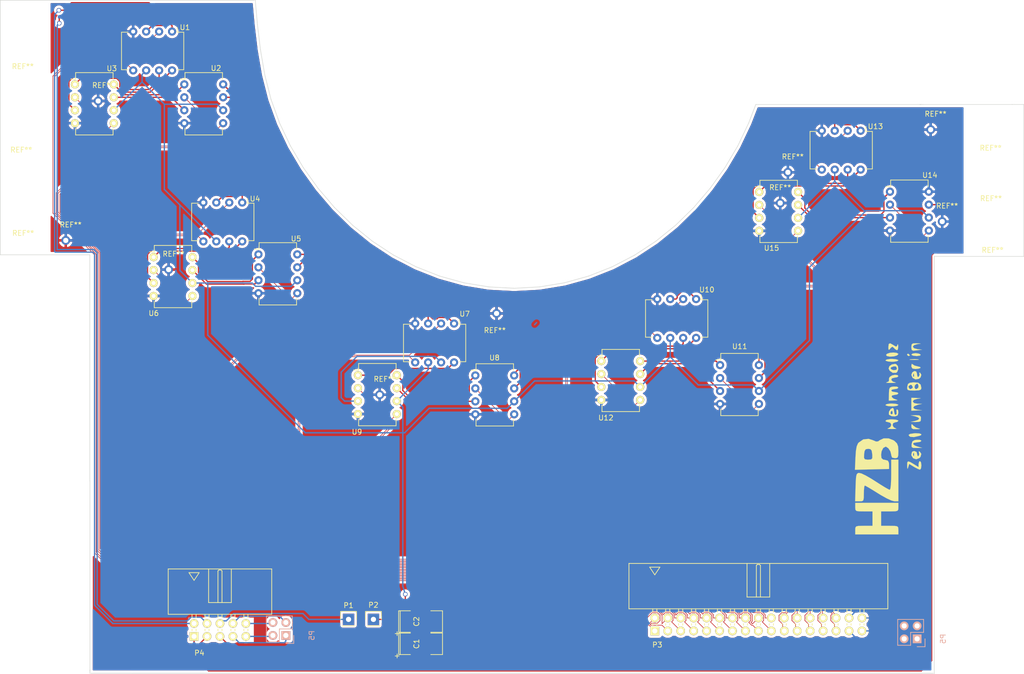
<source format=kicad_pcb>
(kicad_pcb (version 4) (host pcbnew 4.0.5)
  (layers (0 F.Cu signal hide) (31 B.Cu signal) (34 B.Paste user hide) (35 F.Paste user hide) (36 B.SilkS user) (37 F.SilkS user) (38 B.Mask user hide) (39 F.Mask user hide) (44 Edge.Cuts user))
  (net 0 "")
  (net 1 +9V)
  (net 2 +12V)
  (net 3 +6V)
  (net 4 "Net-(U1-Pad7)")
  (net 5 "Net-(U1-Pad8)")
  (net 6 "Net-(U2-Pad7)")
  (net 7 "Net-(U2-Pad8)")
  (net 8 "Net-(U4-Pad7)")
  (net 9 "Net-(U4-Pad8)")
  (net 10 "Net-(U5-Pad7)")
  (net 11 "Net-(U5-Pad8)")
  (net 12 "Net-(U7-Pad7)")
  (net 13 "Net-(U7-Pad8)")
  (net 14 "Net-(U10-Pad3)")
  (net 15 "Net-(U10-Pad1)")
  (net 16 "Net-(U10-Pad7)")
  (net 17 "Net-(U10-Pad8)")
  (net 18 "Net-(U11-Pad7)")
  (net 19 "Net-(U11-Pad8)")
  (net 20 "Net-(U13-Pad7)")
  (net 21 "Net-(U13-Pad8)")
  (net 22 LP+)
  (net 23 LP-)
  (net 24 U15-)
  (net 25 U15+)
  (net 26 U14-)
  (net 27 U14+)
  (net 28 U13-)
  (net 29 U13+)
  (net 30 U12-)
  (net 31 U12+)
  (net 32 U11-)
  (net 33 U11+)
  (net 34 U10-)
  (net 35 U10+)
  (net 36 U9-)
  (net 37 U9+)
  (net 38 U8-)
  (net 39 U8+)
  (net 40 U7-)
  (net 41 U7+)
  (net 42 U6-)
  (net 43 U6+)
  (net 44 U5-)
  (net 45 U5+)
  (net 46 U4-)
  (net 47 U4+)
  (net 48 U3-)
  (net 49 U3+)
  (net 50 U2-)
  (net 51 U2+)
  (net 52 U1-)
  (net 53 U1+)
  (net 54 "Net-(U2-Pad1)")
  (net 55 "Net-(U2-Pad3)")
  (net 56 "Net-(U5-Pad1)")
  (net 57 "Net-(U5-Pad3)")
  (net 58 "Net-(U8-Pad1)")
  (net 59 "Net-(U8-Pad3)")
  (net 60 "Net-(U11-Pad1)")
  (net 61 "Net-(U11-Pad3)")
  (net 62 "Net-(U14-Pad1)")
  (net 63 "Net-(U14-Pad3)")
  (net 64 LP2-)
  (net 65 Load1)
  (net 66 Load3)
  (net 67 Load2)
  (net 68 Load4)
  (module Pin_Headers:Pin_Header_Straight_2x02 (layer B.Cu) (at 289.48 206.22 90)
    (fp_text reference P5 (at 0 5.1 90) (layer B.SilkS) (effects (justify mirror)))
    (fp_text value CONN_02X02)
    (pad 1 thru_hole rect (at 0 0 90) (size 1.7272 1.7272) (drill 1.016) (layers *.Cu *.Mask B.SilkS) (net 65 Load1))
    (pad 2 thru_hole oval (at 2.54 0 90) (size 1.7272 1.7272) (drill 1.016) (layers *.Cu *.Mask B.SilkS) (net 66 Load3))
    (pad 3 thru_hole oval (at 0 -2.54 90) (size 1.7272 1.7272) (drill 1.016) (layers *.Cu *.Mask B.SilkS) (net 67 Load2))
    (pad 4 thru_hole oval (at 2.54 -2.54 90) (size 1.7272 1.7272) (drill 1.016) (layers *.Cu *.Mask B.SilkS) (net 68 Load4))
  )
  (module Connect:1pin (layer F.Cu) (at 304.605 126.645)
    (fp_text reference REF** (at -0.325 3.325) (layer F.SilkS))
    (fp_text value "through hole")
    (pad "" np_thru_hole circle (at 0 0) (size 3 3) (drill 3) (layers *.Cu *.Mask))
  )
  (module Connect:1pin (layer F.Cu) (at 304.305 116.52)
    (fp_text reference REF** (at -0.325 3.325) (layer F.SilkS))
    (fp_text value "through hole")
    (pad "" np_thru_hole circle (at 0 0) (size 3 3) (drill 3) (layers *.Cu *.Mask))
  )
  (module Connect:1pin (layer F.Cu) (at 304.23 106.62)
    (fp_text reference REF** (at -0.325 3.325) (layer F.SilkS))
    (fp_text value "through hole")
    (pad "" np_thru_hole circle (at 0 0) (size 3 3) (drill 3) (layers *.Cu *.Mask))
  )
  (module Connect:1pin (layer F.Cu) (at 114.455 123.32)
    (fp_text reference REF** (at -0.325 3.325) (layer F.SilkS))
    (fp_text value "through hole")
    (pad "" np_thru_hole circle (at 0 0) (size 3 3) (drill 3) (layers *.Cu *.Mask))
  )
  (module Connect:1pin (layer F.Cu) (at 114.08 106.995)
    (fp_text reference REF** (at -0.325 3.325) (layer F.SilkS))
    (fp_text value "through hole")
    (pad "" np_thru_hole circle (at 0 0) (size 3 3) (drill 3) (layers *.Cu *.Mask))
  )
  (module Connect:1pin (layer F.Cu) (at 114.38 90.62)
    (fp_text reference REF** (at -0.325 3.325) (layer F.SilkS))
    (fp_text value "through hole")
    (pad "" np_thru_hole circle (at 0 0) (size 3 3) (drill 3) (layers *.Cu *.Mask))
  )
  (module Connect:1pin (layer F.Cu) (at 185.0294 158.3242)
    (fp_text reference REF** (at 0 -3.048) (layer F.SilkS))
    (fp_text value "through hole")
    (pad 1 thru_hole oval (at -0.97 0.02) (size 1.7272 1.7272) (drill 1.016) (layers *.Cu *.Mask) (net 23 LP-))
  )
  (module Connect:1pin (layer F.Cu) (at 143.625 133.775)
    (fp_text reference REF** (at 0 -3.048) (layer F.SilkS))
    (fp_text value "through hole")
    (pad 1 thru_hole oval (at -0.97 0.02) (size 1.7272 1.7272) (drill 1.016) (layers *.Cu *.Mask) (net 23 LP-))
  )
  (module Connect:1pin (layer F.Cu) (at 123.45 128.05)
    (fp_text reference REF** (at 0 -3.048) (layer F.SilkS))
    (fp_text value "through hole")
    (pad 1 thru_hole oval (at -0.97 0.02) (size 1.7272 1.7272) (drill 1.016) (layers *.Cu *.Mask) (net 23 LP-))
  )
  (module Connect:1pin (layer F.Cu) (at 293.105 106.32)
    (fp_text reference REF** (at 0 -3.048) (layer F.SilkS))
    (fp_text value "through hole")
    (pad 1 thru_hole oval (at -0.97 0.02) (size 1.7272 1.7272) (drill 1.016) (layers *.Cu *.Mask) (net 23 LP-))
  )
  (module Connect:1pin (layer F.Cu) (at 295.37208 124.3517)
    (fp_text reference REF** (at 0 -3.048) (layer F.SilkS))
    (fp_text value "through hole")
    (pad 1 thru_hole oval (at -0.97 0.02) (size 1.7272 1.7272) (drill 1.016) (layers *.Cu *.Mask) (net 23 LP-))
  )
  (module Connect:1pin (layer F.Cu) (at 265.09782 114.69462)
    (fp_text reference REF** (at 0 -3.048) (layer F.SilkS))
    (fp_text value "through hole")
    (pad 1 thru_hole oval (at -0.97 0.02) (size 1.7272 1.7272) (drill 1.016) (layers *.Cu *.Mask) (net 23 LP-))
  )
  (module Connectors_Multicomp:Multicomp_MC9A22-3434_2x17x2.54mm_Angled (layer F.Cu) (at 238.02 204.67)
    (fp_text reference P3 (at 0.49954 2.7343) (layer F.SilkS))
    (fp_text value CONN_02X15)
    (pad 1 thru_hole rect (at 0 0) (size 1.7 1.7) (drill 1) (layers *.Cu *.Mask F.SilkS) (net 52 U1-))
    (pad 2 thru_hole circle (at 0 -2.54) (size 1.7 1.7) (drill 1) (layers *.Cu *.Mask F.SilkS) (net 53 U1+))
    (pad 3 thru_hole circle (at 2.54 0) (size 1.7 1.7) (drill 1) (layers *.Cu *.Mask F.SilkS) (net 50 U2-))
    (pad 4 thru_hole circle (at 2.54 -2.54) (size 1.7 1.7) (drill 1) (layers *.Cu *.Mask F.SilkS) (net 51 U2+))
    (pad 5 thru_hole circle (at 5.08 0) (size 1.7 1.7) (drill 1) (layers *.Cu *.Mask F.SilkS) (net 48 U3-))
    (pad 6 thru_hole circle (at 5.08 -2.54) (size 1.7 1.7) (drill 1) (layers *.Cu *.Mask F.SilkS) (net 49 U3+))
    (pad 7 thru_hole circle (at 7.62 0) (size 1.7 1.7) (drill 1) (layers *.Cu *.Mask F.SilkS) (net 46 U4-))
    (pad 8 thru_hole circle (at 7.62 -2.54) (size 1.7 1.7) (drill 1) (layers *.Cu *.Mask F.SilkS) (net 47 U4+))
    (pad 9 thru_hole circle (at 10.16 0) (size 1.7 1.7) (drill 1) (layers *.Cu *.Mask F.SilkS) (net 44 U5-))
    (pad 10 thru_hole circle (at 10.16 -2.54) (size 1.7 1.7) (drill 1) (layers *.Cu *.Mask F.SilkS) (net 45 U5+))
    (pad 11 thru_hole circle (at 12.7 0) (size 1.7 1.7) (drill 1) (layers *.Cu *.Mask F.SilkS) (net 42 U6-))
    (pad 12 thru_hole circle (at 12.7 -2.54) (size 1.7 1.7) (drill 1) (layers *.Cu *.Mask F.SilkS) (net 43 U6+))
    (pad 13 thru_hole circle (at 15.24 0) (size 1.7 1.7) (drill 1) (layers *.Cu *.Mask F.SilkS) (net 40 U7-))
    (pad 14 thru_hole circle (at 15.24 -2.54) (size 1.7 1.7) (drill 1) (layers *.Cu *.Mask F.SilkS) (net 41 U7+))
    (pad 15 thru_hole circle (at 17.78 0) (size 1.7 1.7) (drill 1) (layers *.Cu *.Mask F.SilkS) (net 38 U8-))
    (pad 16 thru_hole circle (at 17.78 -2.54) (size 1.7 1.7) (drill 1) (layers *.Cu *.Mask F.SilkS) (net 39 U8+))
    (pad 17 thru_hole circle (at 20.32 0) (size 1.7 1.7) (drill 1) (layers *.Cu *.Mask F.SilkS) (net 36 U9-))
    (pad 18 thru_hole circle (at 20.32 -2.54) (size 1.7 1.7) (drill 1) (layers *.Cu *.Mask F.SilkS) (net 37 U9+))
    (pad 19 thru_hole circle (at 22.86 0) (size 1.7 1.7) (drill 1) (layers *.Cu *.Mask F.SilkS) (net 34 U10-))
    (pad 20 thru_hole circle (at 22.86 -2.54) (size 1.7 1.7) (drill 1) (layers *.Cu *.Mask F.SilkS) (net 35 U10+))
    (pad 21 thru_hole circle (at 25.4 0) (size 1.7 1.7) (drill 1) (layers *.Cu *.Mask F.SilkS) (net 32 U11-))
    (pad 22 thru_hole circle (at 25.4 -2.54) (size 1.7 1.7) (drill 1) (layers *.Cu *.Mask F.SilkS) (net 33 U11+))
    (pad 23 thru_hole circle (at 27.94 0) (size 1.7 1.7) (drill 1) (layers *.Cu *.Mask F.SilkS) (net 30 U12-))
    (pad 24 thru_hole circle (at 27.94 -2.54) (size 1.7 1.7) (drill 1) (layers *.Cu *.Mask F.SilkS) (net 31 U12+))
    (pad 25 thru_hole circle (at 30.48 0) (size 1.7 1.7) (drill 1) (layers *.Cu *.Mask F.SilkS) (net 28 U13-))
    (pad 26 thru_hole circle (at 30.48 -2.54) (size 1.7 1.7) (drill 1) (layers *.Cu *.Mask F.SilkS) (net 29 U13+))
    (pad 27 thru_hole circle (at 33.02 0) (size 1.7 1.7) (drill 1) (layers *.Cu *.Mask F.SilkS) (net 26 U14-))
    (pad 28 thru_hole circle (at 33.02 -2.54) (size 1.7 1.7) (drill 1) (layers *.Cu *.Mask F.SilkS) (net 27 U14+))
    (pad 29 thru_hole circle (at 35.56 0) (size 1.7 1.7) (drill 1) (layers *.Cu *.Mask F.SilkS) (net 24 U15-))
    (pad 30 thru_hole circle (at 35.56 -2.54) (size 1.7 1.7) (drill 1) (layers *.Cu *.Mask F.SilkS) (net 25 U15+))
    (pad 31 thru_hole circle (at 38.1 0) (size 1.7 1.7) (drill 1) (layers *.Cu *.Mask F.SilkS) (net 65 Load1))
    (pad 32 thru_hole circle (at 38.1 -2.54) (size 1.7 1.7) (drill 1) (layers *.Cu *.Mask F.SilkS) (net 66 Load3))
    (pad 33 thru_hole circle (at 40.64 0) (size 1.7 1.7) (drill 1) (layers *.Cu *.Mask F.SilkS) (net 67 Load2))
    (pad 34 thru_hole circle (at 40.64 -2.54) (size 1.7 1.7) (drill 1) (layers *.Cu *.Mask F.SilkS) (net 68 Load4))
  )
  (module Connect:1pin (layer F.Cu) (at 206.98 142.395)
    (fp_text reference REF** (at -0.325 3.325) (layer F.SilkS))
    (fp_text value "through hole")
    (pad 1 thru_hole oval (at 0 0) (size 1.7272 1.7272) (drill 1.016) (layers *.Cu *.Mask) (net 23 LP-))
  )
  (module Connect:1pin (layer F.Cu) (at 262.62922 120.74204)
    (fp_text reference REF** (at 0 -3.048) (layer F.SilkS))
    (fp_text value "through hole")
    (pad 1 thru_hole oval (at 0 0) (size 1.7272 1.7272) (drill 1.016) (layers *.Cu *.Mask) (net 23 LP-))
  )
  (module Connect:1pin (layer F.Cu) (at 129.8098 100.70176)
    (fp_text reference REF** (at 0 -3.048) (layer F.SilkS))
    (fp_text value "through hole")
    (pad 1 thru_hole oval (at -0.97 0.02) (size 1.7272 1.7272) (drill 1.016) (layers *.Cu *.Mask) (net 23 LP-))
  )
  (module Housings_DIP:DIP-8_W7.62mm (layer F.Cu) (at 143.33 87.1 270)
    (fp_text reference U1 (at -0.805 -2.525 540) (layer F.SilkS))
    (fp_text value AFF755b)
    (pad 1 thru_hole oval (at 0 0 270) (size 1.6 1.6) (drill 0.8) (layers *.Cu *.Mask) (net 2 +12V))
    (pad 2 thru_hole oval (at 0 2.54 270) (size 1.6 1.6) (drill 0.8) (layers *.Cu *.Mask) (net 52 U1-))
    (pad 3 thru_hole oval (at 0 5.08 270) (size 1.6 1.6) (drill 0.8) (layers *.Cu *.Mask) (net 3 +6V))
    (pad 4 thru_hole oval (at 0 7.62 270) (size 1.6 1.6) (drill 0.8) (layers *.Cu *.Mask) (net 23 LP-))
    (pad 5 thru_hole oval (at 7.62 7.62 270) (size 1.6 1.6) (drill 0.8) (layers *.Cu *.Mask) (net 53 U1+))
    (pad 6 thru_hole oval (at 7.62 5.08 270) (size 1.6 1.6) (drill 0.8) (layers *.Cu *.Mask) (net 22 LP+))
    (pad 7 thru_hole oval (at 7.62 2.54 270) (size 1.6 1.6) (drill 0.8) (layers *.Cu *.Mask) (net 4 "Net-(U1-Pad7)"))
    (pad 8 thru_hole oval (at 7.62 0 270) (size 1.6 1.6) (drill 0.8) (layers *.Cu *.Mask) (net 5 "Net-(U1-Pad8)"))
  )
  (module Pin_Headers:Pin_Header_Straight_1x01 (layer F.Cu) (at 177.95 202.41)
    (fp_text reference P1 (at 0 -2.74) (layer F.SilkS))
    (fp_text value CONN_01X01)
    (pad 1 thru_hole rect (at 0 0) (size 2.2352 2.2352) (drill 1.016) (layers *.Cu *.Mask) (net 1 +9V))
  )
  (module Pin_Headers:Pin_Header_Straight_1x01 (layer F.Cu) (at 182.83 202.41)
    (fp_text reference P2 (at 0 -2.815) (layer F.SilkS))
    (fp_text value CONN_01X01)
    (pad 1 thru_hole rect (at 0 0) (size 2.2352 2.2352) (drill 1.016) (layers *.Cu *.Mask) (net 22 LP+))
  )
  (module Connectors_Multicomp:Multicomp_MC9A22-1034_2x05x2.54mm_Angled (layer F.Cu) (at 147.65 205.75)
    (fp_text reference P4 (at 1.04752 3.2418) (layer F.SilkS))
    (fp_text value CONN_02X05)
    (pad 1 thru_hole rect (at 0 0) (size 1.7 1.7) (drill 1) (layers *.Cu *.Mask F.SilkS) (net 23 LP-))
    (pad 2 thru_hole circle (at 0 -2.54) (size 1.7 1.7) (drill 1) (layers *.Cu *.Mask F.SilkS) (net 2 +12V))
    (pad 3 thru_hole circle (at 2.54 0) (size 1.7 1.7) (drill 1) (layers *.Cu *.Mask F.SilkS) (net 64 LP2-))
    (pad 4 thru_hole circle (at 2.54 -2.54) (size 1.7 1.7) (drill 1) (layers *.Cu *.Mask F.SilkS) (net 3 +6V))
    (pad 5 thru_hole circle (at 5.08 0) (size 1.7 1.7) (drill 1) (layers *.Cu *.Mask F.SilkS) (net 23 LP-))
    (pad 6 thru_hole circle (at 5.08 -2.54) (size 1.7 1.7) (drill 1) (layers *.Cu *.Mask F.SilkS) (net 1 +9V))
    (pad 7 thru_hole circle (at 7.62 0) (size 1.7 1.7) (drill 1) (layers *.Cu *.Mask F.SilkS) (net 65 Load1))
    (pad 8 thru_hole circle (at 7.62 -2.54) (size 1.7 1.7) (drill 1) (layers *.Cu *.Mask F.SilkS) (net 66 Load3))
    (pad 9 thru_hole circle (at 10.16 0) (size 1.7 1.7) (drill 1) (layers *.Cu *.Mask F.SilkS) (net 67 Load2))
    (pad 10 thru_hole circle (at 10.16 -2.54) (size 1.7 1.7) (drill 1) (layers *.Cu *.Mask F.SilkS) (net 68 Load4))
  )
  (module Housings_DIP:DIP-8_W7.62mm (layer F.Cu) (at 145.73 97.46)
    (fp_text reference U2 (at 6.225 -3.165) (layer F.SilkS))
    (fp_text value AFF755b)
    (pad 1 thru_hole oval (at 0 0) (size 1.6 1.6) (drill 0.8) (layers *.Cu *.Mask) (net 54 "Net-(U2-Pad1)"))
    (pad 2 thru_hole oval (at 0 2.54) (size 1.6 1.6) (drill 0.8) (layers *.Cu *.Mask) (net 48 U3-))
    (pad 3 thru_hole oval (at 0 5.08) (size 1.6 1.6) (drill 0.8) (layers *.Cu *.Mask) (net 55 "Net-(U2-Pad3)"))
    (pad 4 thru_hole oval (at 0 7.62) (size 1.6 1.6) (drill 0.8) (layers *.Cu *.Mask) (net 23 LP-))
    (pad 5 thru_hole oval (at 7.62 7.62) (size 1.6 1.6) (drill 0.8) (layers *.Cu *.Mask) (net 49 U3+))
    (pad 6 thru_hole oval (at 7.62 5.08) (size 1.6 1.6) (drill 0.8) (layers *.Cu *.Mask) (net 22 LP+))
    (pad 7 thru_hole oval (at 7.62 2.54) (size 1.6 1.6) (drill 0.8) (layers *.Cu *.Mask) (net 6 "Net-(U2-Pad7)"))
    (pad 8 thru_hole oval (at 7.62 0) (size 1.6 1.6) (drill 0.8) (layers *.Cu *.Mask) (net 7 "Net-(U2-Pad8)"))
  )
  (module Housings_DIP:DIP-8_W7.62mm (layer F.Cu) (at 157.09 120.64 270)
    (fp_text reference U4 (at -0.72 -2.515 540) (layer F.SilkS))
    (fp_text value AFF755b)
    (pad 1 thru_hole oval (at 0 0 270) (size 1.6 1.6) (drill 0.8) (layers *.Cu *.Mask) (net 7 "Net-(U2-Pad8)"))
    (pad 2 thru_hole oval (at 0 2.54 270) (size 1.6 1.6) (drill 0.8) (layers *.Cu *.Mask) (net 46 U4-))
    (pad 3 thru_hole oval (at 0 5.08 270) (size 1.6 1.6) (drill 0.8) (layers *.Cu *.Mask) (net 6 "Net-(U2-Pad7)"))
    (pad 4 thru_hole oval (at 0 7.62 270) (size 1.6 1.6) (drill 0.8) (layers *.Cu *.Mask) (net 23 LP-))
    (pad 5 thru_hole oval (at 7.62 7.62 270) (size 1.6 1.6) (drill 0.8) (layers *.Cu *.Mask) (net 47 U4+))
    (pad 6 thru_hole oval (at 7.62 5.08 270) (size 1.6 1.6) (drill 0.8) (layers *.Cu *.Mask) (net 22 LP+))
    (pad 7 thru_hole oval (at 7.62 2.54 270) (size 1.6 1.6) (drill 0.8) (layers *.Cu *.Mask) (net 8 "Net-(U4-Pad7)"))
    (pad 8 thru_hole oval (at 7.62 0 270) (size 1.6 1.6) (drill 0.8) (layers *.Cu *.Mask) (net 9 "Net-(U4-Pad8)"))
  )
  (module Housings_DIP:DIP-8_W7.62mm (layer F.Cu) (at 160.27484 130.8106)
    (fp_text reference U5 (at 7.38016 -3.0656) (layer F.SilkS))
    (fp_text value AFF755b)
    (pad 1 thru_hole oval (at 0 0) (size 1.6 1.6) (drill 0.8) (layers *.Cu *.Mask) (net 56 "Net-(U5-Pad1)"))
    (pad 2 thru_hole oval (at 0 2.54) (size 1.6 1.6) (drill 0.8) (layers *.Cu *.Mask) (net 42 U6-))
    (pad 3 thru_hole oval (at 0 5.08) (size 1.6 1.6) (drill 0.8) (layers *.Cu *.Mask) (net 57 "Net-(U5-Pad3)"))
    (pad 4 thru_hole oval (at 0 7.62) (size 1.6 1.6) (drill 0.8) (layers *.Cu *.Mask) (net 23 LP-))
    (pad 5 thru_hole oval (at 7.62 7.62) (size 1.6 1.6) (drill 0.8) (layers *.Cu *.Mask) (net 43 U6+))
    (pad 6 thru_hole oval (at 7.62 5.08) (size 1.6 1.6) (drill 0.8) (layers *.Cu *.Mask) (net 22 LP+))
    (pad 7 thru_hole oval (at 7.62 2.54) (size 1.6 1.6) (drill 0.8) (layers *.Cu *.Mask) (net 10 "Net-(U5-Pad7)"))
    (pad 8 thru_hole oval (at 7.62 0) (size 1.6 1.6) (drill 0.8) (layers *.Cu *.Mask) (net 11 "Net-(U5-Pad8)"))
  )
  (module Housings_DIP:DIP-8_W7.62mm (layer F.Cu) (at 198.643 144.379 270)
    (fp_text reference U7 (at -1.884 -2.087 360) (layer F.SilkS))
    (fp_text value AFF755b)
    (pad 1 thru_hole oval (at 0 0 270) (size 1.6 1.6) (drill 0.8) (layers *.Cu *.Mask) (net 11 "Net-(U5-Pad8)"))
    (pad 2 thru_hole oval (at 0 2.54 270) (size 1.6 1.6) (drill 0.8) (layers *.Cu *.Mask) (net 40 U7-))
    (pad 3 thru_hole oval (at 0 5.08 270) (size 1.6 1.6) (drill 0.8) (layers *.Cu *.Mask) (net 10 "Net-(U5-Pad7)"))
    (pad 4 thru_hole oval (at 0 7.62 270) (size 1.6 1.6) (drill 0.8) (layers *.Cu *.Mask) (net 23 LP-))
    (pad 5 thru_hole oval (at 7.62 7.62 270) (size 1.6 1.6) (drill 0.8) (layers *.Cu *.Mask) (net 41 U7+))
    (pad 6 thru_hole oval (at 7.62 5.08 270) (size 1.6 1.6) (drill 0.8) (layers *.Cu *.Mask) (net 22 LP+))
    (pad 7 thru_hole oval (at 7.62 2.54 270) (size 1.6 1.6) (drill 0.8) (layers *.Cu *.Mask) (net 12 "Net-(U7-Pad7)"))
    (pad 8 thru_hole oval (at 7.62 0 270) (size 1.6 1.6) (drill 0.8) (layers *.Cu *.Mask) (net 13 "Net-(U7-Pad8)"))
  )
  (module Housings_DIP:DIP-8_W7.62mm (layer F.Cu) (at 202.81984 154.5596)
    (fp_text reference U8 (at 3.76016 -3.4646) (layer F.SilkS))
    (fp_text value AFF755b)
    (pad 1 thru_hole oval (at 0 0) (size 1.6 1.6) (drill 0.8) (layers *.Cu *.Mask) (net 58 "Net-(U8-Pad1)"))
    (pad 2 thru_hole oval (at 0 2.54) (size 1.6 1.6) (drill 0.8) (layers *.Cu *.Mask) (net 36 U9-))
    (pad 3 thru_hole oval (at 0 5.08) (size 1.6 1.6) (drill 0.8) (layers *.Cu *.Mask) (net 59 "Net-(U8-Pad3)"))
    (pad 4 thru_hole oval (at 0 7.62) (size 1.6 1.6) (drill 0.8) (layers *.Cu *.Mask) (net 23 LP-))
    (pad 5 thru_hole oval (at 7.62 7.62) (size 1.6 1.6) (drill 0.8) (layers *.Cu *.Mask) (net 37 U9+))
    (pad 6 thru_hole oval (at 7.62 5.08) (size 1.6 1.6) (drill 0.8) (layers *.Cu *.Mask) (net 22 LP+))
    (pad 7 thru_hole oval (at 7.62 2.54) (size 1.6 1.6) (drill 0.8) (layers *.Cu *.Mask) (net 14 "Net-(U10-Pad3)"))
    (pad 8 thru_hole oval (at 7.62 0) (size 1.6 1.6) (drill 0.8) (layers *.Cu *.Mask) (net 15 "Net-(U10-Pad1)"))
  )
  (module Housings_DIP:DIP-8_W7.62mm (layer F.Cu) (at 246.12684 139.5736 270)
    (fp_text reference U10 (at -1.8286 -2.10316 360) (layer F.SilkS))
    (fp_text value AFF755b)
    (pad 1 thru_hole oval (at 0 0 270) (size 1.6 1.6) (drill 0.8) (layers *.Cu *.Mask) (net 15 "Net-(U10-Pad1)"))
    (pad 2 thru_hole oval (at 0 2.54 270) (size 1.6 1.6) (drill 0.8) (layers *.Cu *.Mask) (net 34 U10-))
    (pad 3 thru_hole oval (at 0 5.08 270) (size 1.6 1.6) (drill 0.8) (layers *.Cu *.Mask) (net 14 "Net-(U10-Pad3)"))
    (pad 4 thru_hole oval (at 0 7.62 270) (size 1.6 1.6) (drill 0.8) (layers *.Cu *.Mask) (net 23 LP-))
    (pad 5 thru_hole oval (at 7.62 7.62 270) (size 1.6 1.6) (drill 0.8) (layers *.Cu *.Mask) (net 35 U10+))
    (pad 6 thru_hole oval (at 7.62 5.08 270) (size 1.6 1.6) (drill 0.8) (layers *.Cu *.Mask) (net 22 LP+))
    (pad 7 thru_hole oval (at 7.62 2.54 270) (size 1.6 1.6) (drill 0.8) (layers *.Cu *.Mask) (net 16 "Net-(U10-Pad7)"))
    (pad 8 thru_hole oval (at 7.62 0 270) (size 1.6 1.6) (drill 0.8) (layers *.Cu *.Mask) (net 17 "Net-(U10-Pad8)"))
  )
  (module Housings_DIP:DIP-8_W7.62mm (layer F.Cu) (at 250.82584 152.5276)
    (fp_text reference U11 (at 3.85416 -3.6576) (layer F.SilkS))
    (fp_text value AFF755b)
    (pad 1 thru_hole oval (at 0 0) (size 1.6 1.6) (drill 0.8) (layers *.Cu *.Mask) (net 60 "Net-(U11-Pad1)"))
    (pad 2 thru_hole oval (at 0 2.54) (size 1.6 1.6) (drill 0.8) (layers *.Cu *.Mask) (net 30 U12-))
    (pad 3 thru_hole oval (at 0 5.08) (size 1.6 1.6) (drill 0.8) (layers *.Cu *.Mask) (net 61 "Net-(U11-Pad3)"))
    (pad 4 thru_hole oval (at 0 7.62) (size 1.6 1.6) (drill 0.8) (layers *.Cu *.Mask) (net 23 LP-))
    (pad 5 thru_hole oval (at 7.62 7.62) (size 1.6 1.6) (drill 0.8) (layers *.Cu *.Mask) (net 31 U12+))
    (pad 6 thru_hole oval (at 7.62 5.08) (size 1.6 1.6) (drill 0.8) (layers *.Cu *.Mask) (net 22 LP+))
    (pad 7 thru_hole oval (at 7.62 2.54) (size 1.6 1.6) (drill 0.8) (layers *.Cu *.Mask) (net 18 "Net-(U11-Pad7)"))
    (pad 8 thru_hole oval (at 7.62 0) (size 1.6 1.6) (drill 0.8) (layers *.Cu *.Mask) (net 19 "Net-(U11-Pad8)"))
  )
  (module Housings_DIP:DIP-8_W7.62mm (layer F.Cu) (at 278.39754 106.55868 270)
    (fp_text reference U13 (at -0.83868 -2.90746 360) (layer F.SilkS))
    (fp_text value AFF755b)
    (pad 1 thru_hole oval (at 0 0 270) (size 1.6 1.6) (drill 0.8) (layers *.Cu *.Mask) (net 19 "Net-(U11-Pad8)"))
    (pad 2 thru_hole oval (at 0 2.54 270) (size 1.6 1.6) (drill 0.8) (layers *.Cu *.Mask) (net 28 U13-))
    (pad 3 thru_hole oval (at 0 5.08 270) (size 1.6 1.6) (drill 0.8) (layers *.Cu *.Mask) (net 18 "Net-(U11-Pad7)"))
    (pad 4 thru_hole oval (at 0 7.62 270) (size 1.6 1.6) (drill 0.8) (layers *.Cu *.Mask) (net 23 LP-))
    (pad 5 thru_hole oval (at 7.62 7.62 270) (size 1.6 1.6) (drill 0.8) (layers *.Cu *.Mask) (net 29 U13+))
    (pad 6 thru_hole oval (at 7.62 5.08 270) (size 1.6 1.6) (drill 0.8) (layers *.Cu *.Mask) (net 22 LP+))
    (pad 7 thru_hole oval (at 7.62 2.54 270) (size 1.6 1.6) (drill 0.8) (layers *.Cu *.Mask) (net 20 "Net-(U13-Pad7)"))
    (pad 8 thru_hole oval (at 7.62 0 270) (size 1.6 1.6) (drill 0.8) (layers *.Cu *.Mask) (net 21 "Net-(U13-Pad8)"))
  )
  (module Housings_DIP:DIP-8_W7.62mm (layer F.Cu) (at 284.15318 118.517)
    (fp_text reference U14 (at 7.82682 -3.247) (layer F.SilkS))
    (fp_text value AFF755b)
    (pad 1 thru_hole oval (at 0 0) (size 1.6 1.6) (drill 0.8) (layers *.Cu *.Mask) (net 62 "Net-(U14-Pad1)"))
    (pad 2 thru_hole oval (at 0 2.54) (size 1.6 1.6) (drill 0.8) (layers *.Cu *.Mask) (net 24 U15-))
    (pad 3 thru_hole oval (at 0 5.08) (size 1.6 1.6) (drill 0.8) (layers *.Cu *.Mask) (net 63 "Net-(U14-Pad3)"))
    (pad 4 thru_hole oval (at 0 7.62) (size 1.6 1.6) (drill 0.8) (layers *.Cu *.Mask) (net 23 LP-))
    (pad 5 thru_hole oval (at 7.62 7.62) (size 1.6 1.6) (drill 0.8) (layers *.Cu *.Mask) (net 25 U15+))
    (pad 6 thru_hole oval (at 7.62 5.08) (size 1.6 1.6) (drill 0.8) (layers *.Cu *.Mask) (net 22 LP+))
    (pad 7 thru_hole oval (at 7.62 2.54) (size 1.6 1.6) (drill 0.8) (layers *.Cu *.Mask) (net 64 LP2-))
    (pad 8 thru_hole oval (at 7.62 0) (size 1.6 1.6) (drill 0.8) (layers *.Cu *.Mask) (net 23 LP-))
  )
  (module SMD_Packages:SMD-2512_Pol (layer F.Cu) (at 192.0803 202.83)
    (fp_text reference C2 (at -0.8001 0 90) (layer F.SilkS))
    (fp_text value C)
    (fp_text user + (at -4.59994 2.30124) (layer F.SilkS))
    (pad 1 smd rect (at -2.99974 0) (size 1.99898 2.99974) (layers F.Cu F.Paste F.Mask) (net 22 LP+))
    (pad 2 smd rect (at 2.99974 0) (size 1.99898 2.99974) (layers F.Cu F.Paste F.Mask) (net 23 LP-))
  )
  (module SMD_Packages:SMD-2512_Pol (layer F.Cu) (at 192.08 207.21)
    (fp_text reference C1 (at -0.8001 0 90) (layer F.SilkS))
    (fp_text value C)
    (fp_text user + (at -4.59994 2.30124) (layer F.SilkS))
    (pad 1 smd rect (at -2.99974 0) (size 1.99898 2.99974) (layers F.Cu F.Paste F.Mask) (net 22 LP+))
    (pad 2 smd rect (at 2.99974 0) (size 1.99898 2.99974) (layers F.Cu F.Paste F.Mask) (net 23 LP-))
  )
  (module Housings_DIP:DIP-8_W7.62mm (layer F.Cu) (at 124.28 97.46)
    (fp_text reference U3 (at 7.225 -3.115) (layer F.SilkS))
    (fp_text value AFF755b)
    (pad 1 thru_hole oval (at 0 0) (size 1.6 1.6) (drill 0.8) (layers *.Cu *.Mask F.SilkS) (net 5 "Net-(U1-Pad8)"))
    (pad 2 thru_hole oval (at 0 2.54) (size 1.6 1.6) (drill 0.8) (layers *.Cu *.Mask F.SilkS) (net 50 U2-))
    (pad 3 thru_hole oval (at 0 5.08) (size 1.6 1.6) (drill 0.8) (layers *.Cu *.Mask F.SilkS) (net 4 "Net-(U1-Pad7)"))
    (pad 4 thru_hole oval (at 0 7.62) (size 1.6 1.6) (drill 0.8) (layers *.Cu *.Mask F.SilkS) (net 23 LP-))
    (pad 5 thru_hole oval (at 7.62 7.62) (size 1.6 1.6) (drill 0.8) (layers *.Cu *.Mask F.SilkS) (net 51 U2+))
    (pad 6 thru_hole oval (at 7.62 5.08) (size 1.6 1.6) (drill 0.8) (layers *.Cu *.Mask F.SilkS) (net 22 LP+))
    (pad 7 thru_hole oval (at 7.62 2.54) (size 1.6 1.6) (drill 0.8) (layers *.Cu *.Mask F.SilkS) (net 55 "Net-(U2-Pad3)"))
    (pad 8 thru_hole oval (at 7.62 0) (size 1.6 1.6) (drill 0.8) (layers *.Cu *.Mask F.SilkS) (net 54 "Net-(U2-Pad1)"))
  )
  (module Housings_DIP:DIP-8_W7.62mm (layer F.Cu) (at 139.71 131.35)
    (fp_text reference U6 (at 0.02 11.02) (layer F.SilkS))
    (fp_text value AFF755b)
    (pad 1 thru_hole oval (at 0 0) (size 1.6 1.6) (drill 0.8) (layers *.Cu *.Mask F.SilkS) (net 9 "Net-(U4-Pad8)"))
    (pad 2 thru_hole oval (at 0 2.54) (size 1.6 1.6) (drill 0.8) (layers *.Cu *.Mask F.SilkS) (net 44 U5-))
    (pad 3 thru_hole oval (at 0 5.08) (size 1.6 1.6) (drill 0.8) (layers *.Cu *.Mask F.SilkS) (net 8 "Net-(U4-Pad7)"))
    (pad 4 thru_hole oval (at 0 7.62) (size 1.6 1.6) (drill 0.8) (layers *.Cu *.Mask F.SilkS) (net 23 LP-))
    (pad 5 thru_hole oval (at 7.62 7.62) (size 1.6 1.6) (drill 0.8) (layers *.Cu *.Mask F.SilkS) (net 45 U5+))
    (pad 6 thru_hole oval (at 7.62 5.08) (size 1.6 1.6) (drill 0.8) (layers *.Cu *.Mask F.SilkS) (net 22 LP+))
    (pad 7 thru_hole oval (at 7.62 2.54) (size 1.6 1.6) (drill 0.8) (layers *.Cu *.Mask F.SilkS) (net 57 "Net-(U5-Pad3)"))
    (pad 8 thru_hole oval (at 7.62 0) (size 1.6 1.6) (drill 0.8) (layers *.Cu *.Mask F.SilkS) (net 56 "Net-(U5-Pad1)"))
  )
  (module Housings_DIP:DIP-8_W7.62mm (layer F.Cu) (at 179.793 154.509)
    (fp_text reference U9 (at -0.188 11.136) (layer F.SilkS))
    (fp_text value AFF755b)
    (pad 1 thru_hole oval (at 0 0) (size 1.6 1.6) (drill 0.8) (layers *.Cu *.Mask F.SilkS) (net 13 "Net-(U7-Pad8)"))
    (pad 2 thru_hole oval (at 0 2.54) (size 1.6 1.6) (drill 0.8) (layers *.Cu *.Mask F.SilkS) (net 38 U8-))
    (pad 3 thru_hole oval (at 0 5.08) (size 1.6 1.6) (drill 0.8) (layers *.Cu *.Mask F.SilkS) (net 12 "Net-(U7-Pad7)"))
    (pad 4 thru_hole oval (at 0 7.62) (size 1.6 1.6) (drill 0.8) (layers *.Cu *.Mask F.SilkS) (net 23 LP-))
    (pad 5 thru_hole oval (at 7.62 7.62) (size 1.6 1.6) (drill 0.8) (layers *.Cu *.Mask F.SilkS) (net 39 U8+))
    (pad 6 thru_hole oval (at 7.62 5.08) (size 1.6 1.6) (drill 0.8) (layers *.Cu *.Mask F.SilkS) (net 22 LP+))
    (pad 7 thru_hole oval (at 7.62 2.54) (size 1.6 1.6) (drill 0.8) (layers *.Cu *.Mask F.SilkS) (net 59 "Net-(U8-Pad3)"))
    (pad 8 thru_hole oval (at 7.62 0) (size 1.6 1.6) (drill 0.8) (layers *.Cu *.Mask F.SilkS) (net 58 "Net-(U8-Pad1)"))
  )
  (module Housings_DIP:DIP-8_W7.62mm (layer F.Cu) (at 227.52896 151.7402)
    (fp_text reference U12 (at 0.90104 11.1298) (layer F.SilkS))
    (fp_text value AFF755b)
    (pad 1 thru_hole oval (at 0 0) (size 1.6 1.6) (drill 0.8) (layers *.Cu *.Mask F.SilkS) (net 17 "Net-(U10-Pad8)"))
    (pad 2 thru_hole oval (at 0 2.54) (size 1.6 1.6) (drill 0.8) (layers *.Cu *.Mask F.SilkS) (net 32 U11-))
    (pad 3 thru_hole oval (at 0 5.08) (size 1.6 1.6) (drill 0.8) (layers *.Cu *.Mask F.SilkS) (net 16 "Net-(U10-Pad7)"))
    (pad 4 thru_hole oval (at 0 7.62) (size 1.6 1.6) (drill 0.8) (layers *.Cu *.Mask F.SilkS) (net 23 LP-))
    (pad 5 thru_hole oval (at 7.62 7.62) (size 1.6 1.6) (drill 0.8) (layers *.Cu *.Mask F.SilkS) (net 33 U11+))
    (pad 6 thru_hole oval (at 7.62 5.08) (size 1.6 1.6) (drill 0.8) (layers *.Cu *.Mask F.SilkS) (net 22 LP+))
    (pad 7 thru_hole oval (at 7.62 2.54) (size 1.6 1.6) (drill 0.8) (layers *.Cu *.Mask F.SilkS) (net 61 "Net-(U11-Pad3)"))
    (pad 8 thru_hole oval (at 7.62 0) (size 1.6 1.6) (drill 0.8) (layers *.Cu *.Mask F.SilkS) (net 60 "Net-(U11-Pad1)"))
  )
  (module Housings_DIP:DIP-8_W7.62mm (layer F.Cu) (at 258.50426 118.57288)
    (fp_text reference U15 (at 2.42574 10.99712) (layer F.SilkS))
    (fp_text value AFF755b)
    (pad 1 thru_hole oval (at 0 0) (size 1.6 1.6) (drill 0.8) (layers *.Cu *.Mask F.SilkS) (net 21 "Net-(U13-Pad8)"))
    (pad 2 thru_hole oval (at 0 2.54) (size 1.6 1.6) (drill 0.8) (layers *.Cu *.Mask F.SilkS) (net 26 U14-))
    (pad 3 thru_hole oval (at 0 5.08) (size 1.6 1.6) (drill 0.8) (layers *.Cu *.Mask F.SilkS) (net 20 "Net-(U13-Pad7)"))
    (pad 4 thru_hole oval (at 0 7.62) (size 1.6 1.6) (drill 0.8) (layers *.Cu *.Mask F.SilkS) (net 23 LP-))
    (pad 5 thru_hole oval (at 7.62 7.62) (size 1.6 1.6) (drill 0.8) (layers *.Cu *.Mask F.SilkS) (net 27 U14+))
    (pad 6 thru_hole oval (at 7.62 5.08) (size 1.6 1.6) (drill 0.8) (layers *.Cu *.Mask F.SilkS) (net 22 LP+))
    (pad 7 thru_hole oval (at 7.62 2.54) (size 1.6 1.6) (drill 0.8) (layers *.Cu *.Mask F.SilkS) (net 63 "Net-(U14-Pad3)"))
    (pad 8 thru_hole oval (at 7.62 0) (size 1.6 1.6) (drill 0.8) (layers *.Cu *.Mask F.SilkS) (net 62 "Net-(U14-Pad1)"))
  )
  (module Pin_Headers:Pin_Header_Straight_2x02 (layer B.Cu) (at 165.64948 205.55772 90)
    (fp_text reference P5 (at 0 5.1 90) (layer B.SilkS) (effects (justify mirror)))
    (fp_text value CONN_02X02)
    (pad 1 thru_hole rect (at 0 0 90) (size 1.7272 1.7272) (drill 1.016) (layers *.Cu *.Mask B.SilkS) (net 65 Load1))
    (pad 2 thru_hole oval (at 2.54 0 90) (size 1.7272 1.7272) (drill 1.016) (layers *.Cu *.Mask B.SilkS) (net 66 Load3))
    (pad 3 thru_hole oval (at 0 -2.54 90) (size 1.7272 1.7272) (drill 1.016) (layers *.Cu *.Mask B.SilkS) (net 67 Load2))
    (pad 4 thru_hole oval (at 2.54 -2.54 90) (size 1.7272 1.7272) (drill 1.016) (layers *.Cu *.Mask B.SilkS) (net 68 Load4))
  )
  (module hzblogo:logo (layer F.Cu) (at 283.83 167.12 90)
    (fp_text reference G*** hide)
    (fp_text value LOGO hide)
  )
  (gr_line (start 111.911168 80.962943) (end 109.631341 80.962943) (layer Edge.Cuts) (width 0.1))
  (gr_line (start 256.422802 105.069386) (end 257.838176 101.405628) (layer Edge.Cuts) (width 0.1))
  (gr_line (start 254.290531 109.552049) (end 256.422802 105.069386) (layer Edge.Cuts) (width 0.1))
  (gr_line (start 251.760618 113.822419) (end 254.290531 109.552049) (layer Edge.Cuts) (width 0.1))
  (gr_line (start 248.870173 117.857683) (end 251.760618 113.822419) (layer Edge.Cuts) (width 0.1))
  (gr_line (start 245.645169 121.630622) (end 248.870173 117.857683) (layer Edge.Cuts) (width 0.1))
  (gr_line (start 242.096434 125.100988) (end 245.645169 121.630622) (layer Edge.Cuts) (width 0.1))
  (gr_line (start 238.237017 128.222549) (end 242.096434 125.100988) (layer Edge.Cuts) (width 0.1))
  (gr_line (start 234.087908 130.946788) (end 238.237017 128.222549) (layer Edge.Cuts) (width 0.1))
  (gr_line (start 229.682817 133.23435) (end 234.087908 130.946788) (layer Edge.Cuts) (width 0.1))
  (gr_line (start 225.066032 135.057206) (end 229.682817 133.23435) (layer Edge.Cuts) (width 0.1))
  (gr_line (start 220.283152 136.385013) (end 225.066032 135.057206) (layer Edge.Cuts) (width 0.1))
  (gr_line (start 215.385013 137.187665) (end 220.283152 136.385013) (layer Edge.Cuts) (width 0.1))
  (gr_line (start 210.42867 137.455213) (end 215.385013 137.187665) (layer Edge.Cuts) (width 0.1))
  (gr_line (start 205.472327 137.187665) (end 210.42867 137.455213) (layer Edge.Cuts) (width 0.1))
  (gr_line (start 200.574188 136.385014) (end 205.472327 137.187665) (layer Edge.Cuts) (width 0.1))
  (gr_line (start 195.791308 135.057207) (end 200.574188 136.385014) (layer Edge.Cuts) (width 0.1))
  (gr_line (start 191.174522 133.234352) (end 195.791308 135.057207) (layer Edge.Cuts) (width 0.1))
  (gr_line (start 186.76943 130.946791) (end 191.174522 133.234352) (layer Edge.Cuts) (width 0.1))
  (gr_line (start 182.620321 128.222552) (end 186.76943 130.946791) (layer Edge.Cuts) (width 0.1))
  (gr_line (start 178.760904 125.10099) (end 182.620321 128.222552) (layer Edge.Cuts) (width 0.1))
  (gr_line (start 175.21217 121.630625) (end 178.760904 125.10099) (layer Edge.Cuts) (width 0.1))
  (gr_line (start 171.987165 117.857685) (end 175.21217 121.630625) (layer Edge.Cuts) (width 0.1))
  (gr_line (start 169.09672 113.82242) (end 171.987165 117.857685) (layer Edge.Cuts) (width 0.1))
  (gr_line (start 166.566807 109.552051) (end 169.09672 113.82242) (layer Edge.Cuts) (width 0.1))
  (gr_line (start 164.434537 105.069388) (end 166.566807 109.552051) (layer Edge.Cuts) (width 0.1))
  (gr_line (start 162.74457 100.402209) (end 164.434537 105.069388) (layer Edge.Cuts) (width 0.1))
  (gr_line (start 161.521839 95.591806) (end 162.74457 100.402209) (layer Edge.Cuts) (width 0.1))
  (gr_line (start 160.677693 90.700546) (end 161.521839 95.591806) (layer Edge.Cuts) (width 0.1))
  (gr_line (start 160.086204 85.773108) (end 160.677693 90.700546) (layer Edge.Cuts) (width 0.1))
  (gr_line (start 159.652923 80.962999) (end 160.086204 85.773108) (layer Edge.Cuts) (width 0.1))
  (gr_line (start 127.221007 175.225577) (end 127.221007 212.620022) (layer Edge.Cuts) (width 0.1))
  (gr_line (start 292.838046 175.659937) (end 292.838046 213.085248) (layer Edge.Cuts) (width 0.1))
  (gr_line (start 310.412425 111.211541) (end 310.412425 101.411541) (layer Edge.Cuts) (width 0.1))
  (gr_line (start 292.838111 131.211723) (end 292.838111 175.60071) (layer Edge.Cuts) (width 0.1))
  (gr_line (start 310.412425 131.211723) (end 292.838111 131.211723) (layer Edge.Cuts) (width 0.1))
  (gr_line (start 310.412425 111.211541) (end 310.412425 131.211723) (layer Edge.Cuts) (width 0.1))
  (gr_line (start 308.132385 101.405724) (end 310.412701 101.405724) (layer Edge.Cuts) (width 0.1))
  (gr_line (start 290.560426 101.405724) (end 308.132385 101.405724) (layer Edge.Cuts) (width 0.1))
  (gr_line (start 127.219071 212.976657) (end 127.219071 212.30314) (layer Edge.Cuts) (width 0.1))
  (gr_line (start 135.351191 212.976657) (end 127.219071 212.976657) (layer Edge.Cuts) (width 0.1))
  (gr_line (start 127.201508 130.898256) (end 127.201508 175.277701) (layer Edge.Cuts) (width 0.1))
  (gr_line (start 109.630971 130.898256) (end 127.201508 130.898256) (layer Edge.Cuts) (width 0.1))
  (gr_line (start 109.630971 110.902372) (end 109.630971 130.898256) (layer Edge.Cuts) (width 0.1))
  (gr_line (start 135.413698 80.962943) (end 111.911168 80.962943) (layer Edge.Cuts) (width 0.1))
  (gr_line (start 290.011509 101.405628) (end 290.575956 101.405628) (layer Edge.Cuts) (width 0.1))
  (gr_line (start 257.838176 101.405628) (end 290.293731 101.405628) (layer Edge.Cuts) (width 0.1))
  (gr_line (start 135.350867 80.962999) (end 159.652923 80.962999) (layer Edge.Cuts) (width 0.1))
  (gr_line (start 109.63 110.87) (end 109.63 80.97) (layer Edge.Cuts) (width 0.1))
  (gr_line (start 292.837482 212.976923) (end 135.335878 212.976923) (layer Edge.Cuts) (width 0.1))
  (segment (start 214.44034 144.59518) (end 214.83912 144.1964) (width 0.254) (layer B.Cu) (net 0))
  (segment (start 169.004809 201.265109) (end 170.1497 202.41) (width 0.254) (layer B.Cu) (net 1))
  (segment (start 170.1497 202.41) (end 177.95 202.41) (width 0.254) (layer B.Cu) (net 1))
  (segment (start 169.004809 201.265109) (end 155.403131 201.265109) (width 0.254) (layer B.Cu) (net 1))
  (segment (start 153.23978 202.70022) (end 152.73 203.21) (width 0.254) (layer B.Cu) (net 1))
  (segment (start 155.403131 201.265109) (end 153.96802 202.70022) (width 0.254) (layer B.Cu) (net 1))
  (segment (start 153.96802 202.70022) (end 153.23978 202.70022) (width 0.254) (layer B.Cu) (net 1))
  (segment (start 121.13 82.92) (end 120.29016 83.75984) (width 0.254) (layer B.Cu) (net 2))
  (segment (start 120.29016 83.75984) (end 120.29016 130.23016) (width 0.254) (layer B.Cu) (net 2))
  (segment (start 120.29016 130.23016) (end 120.43 130.37) (width 0.254) (layer B.Cu) (net 2))
  (segment (start 128.12606 130.71916) (end 128.12606 199.6446) (width 0.254) (layer B.Cu) (net 2))
  (segment (start 120.43 130.37) (end 127.7769 130.37) (width 0.254) (layer B.Cu) (net 2))
  (segment (start 127.7769 130.37) (end 128.12606 130.71916) (width 0.254) (layer B.Cu) (net 2))
  (segment (start 128.12606 199.6446) (end 131.69222 203.21076) (width 0.254) (layer B.Cu) (net 2))
  (segment (start 131.69222 203.21076) (end 131.69298 203.21) (width 0.254) (layer B.Cu) (net 2))
  (segment (start 131.69298 203.21) (end 147.65 203.21) (width 0.254) (layer B.Cu) (net 2))
  (segment (start 121.13 82.92) (end 122.1204 82.92) (width 0.254) (layer F.Cu) (net 2))
  (segment (start 122.1204 82.92) (end 123.61502 81.42538) (width 0.254) (layer F.Cu) (net 2))
  (segment (start 123.61502 81.42538) (end 138.78675 81.42538) (width 0.254) (layer F.Cu) (net 2))
  (segment (start 138.78675 81.42538) (end 143.33 85.96863) (width 0.254) (layer F.Cu) (net 2))
  (segment (start 143.33 85.96863) (end 143.33 87.1) (width 0.254) (layer F.Cu) (net 2))
  (via (at 121.13 82.92) (size 0.889) (drill 0.635) (layers F.Cu B.Cu) (net 2))
  (segment (start 121.20202 85.47414) (end 120.79817 85.87799) (width 0.254) (layer B.Cu) (net 3))
  (segment (start 131.901884 202.70199) (end 146.32339 202.70199) (width 0.254) (layer B.Cu) (net 3))
  (segment (start 120.79817 85.87799) (end 120.79817 129.83817) (width 0.254) (layer B.Cu) (net 3))
  (segment (start 120.79817 129.83817) (end 120.82199 129.86199) (width 0.254) (layer B.Cu) (net 3))
  (segment (start 120.82199 129.86199) (end 127.987324 129.86199) (width 0.254) (layer B.Cu) (net 3))
  (segment (start 127.987324 129.86199) (end 128.634069 130.508735) (width 0.254) (layer B.Cu) (net 3))
  (segment (start 147.046381 201.978999) (end 148.958999 201.978999) (width 0.254) (layer B.Cu) (net 3))
  (segment (start 128.634069 130.508735) (end 128.63407 199.434176) (width 0.254) (layer B.Cu) (net 3))
  (segment (start 146.32339 202.70199) (end 147.046381 201.978999) (width 0.254) (layer B.Cu) (net 3))
  (segment (start 128.63407 199.434176) (end 131.901884 202.70199) (width 0.254) (layer B.Cu) (net 3))
  (segment (start 148.958999 201.978999) (end 150.19 203.21) (width 0.254) (layer B.Cu) (net 3))
  (segment (start 138.25 87.1) (end 139.431001 85.918999) (width 0.254) (layer F.Cu) (net 3))
  (segment (start 138.576326 81.93339) (end 123.825444 81.93339) (width 0.254) (layer F.Cu) (net 3))
  (segment (start 139.431001 85.918999) (end 142.036585 85.918999) (width 0.254) (layer F.Cu) (net 3))
  (segment (start 123.825444 81.93339) (end 121.20202 84.556814) (width 0.254) (layer F.Cu) (net 3))
  (segment (start 121.20202 84.556814) (end 121.20202 85.47414) (width 0.254) (layer F.Cu) (net 3))
  (segment (start 142.036585 85.918999) (end 142.29926 85.656324) (width 0.254) (layer F.Cu) (net 3))
  (segment (start 142.29926 85.656324) (end 138.576326 81.93339) (width 0.254) (layer F.Cu) (net 3))
  (via (at 121.20202 85.47414) (size 0.889) (drill 0.635) (layers F.Cu B.Cu) (net 3))
  (segment (start 123.098999 99.433119) (end 123.098999 99.845) (width 0.254) (layer F.Cu) (net 4))
  (segment (start 123.098999 99.845) (end 123.098999 101.358999) (width 0.254) (layer F.Cu) (net 4))
  (segment (start 132.677305 95.770989) (end 124.221128 95.77099) (width 0.254) (layer F.Cu) (net 4))
  (segment (start 124.221128 95.77099) (end 123.098999 96.893119) (width 0.254) (layer F.Cu) (net 4))
  (segment (start 123.098999 96.893119) (end 123.098999 99.845) (width 0.254) (layer F.Cu) (net 4))
  (segment (start 134.354404 98.47597) (end 133.589011 97.710577) (width 0.254) (layer F.Cu) (net 4))
  (segment (start 133.589011 97.710577) (end 133.58901 96.682694) (width 0.254) (layer F.Cu) (net 4))
  (segment (start 133.58901 96.682694) (end 132.677305 95.770989) (width 0.254) (layer F.Cu) (net 4))
  (segment (start 138.855596 98.47597) (end 134.354404 98.47597) (width 0.254) (layer F.Cu) (net 4))
  (segment (start 140.79 96.541566) (end 138.855596 98.47597) (width 0.254) (layer F.Cu) (net 4))
  (segment (start 140.79 94.72) (end 140.79 96.541566) (width 0.254) (layer F.Cu) (net 4))
  (segment (start 123.098999 101.358999) (end 123.480001 101.740001) (width 0.254) (layer F.Cu) (net 4))
  (segment (start 123.480001 101.740001) (end 124.28 102.54) (width 0.254) (layer F.Cu) (net 4))
  (segment (start 124.28 97.46) (end 125.461001 96.278999) (width 0.254) (layer F.Cu) (net 5))
  (segment (start 134.14398 98.98398) (end 139.06602 98.98398) (width 0.254) (layer F.Cu) (net 5))
  (segment (start 125.461001 96.278999) (end 132.466881 96.278999) (width 0.254) (layer F.Cu) (net 5))
  (segment (start 132.466881 96.278999) (end 133.081001 96.893119) (width 0.254) (layer F.Cu) (net 5))
  (segment (start 133.081001 96.893119) (end 133.081001 97.921001) (width 0.254) (layer F.Cu) (net 5))
  (segment (start 133.081001 97.921001) (end 134.14398 98.98398) (width 0.254) (layer F.Cu) (net 5))
  (segment (start 139.06602 98.98398) (end 141.98 96.07) (width 0.254) (layer F.Cu) (net 5))
  (segment (start 141.98 96.07) (end 143.33 94.72) (width 0.254) (layer F.Cu) (net 5))
  (segment (start 152.01 120.64) (end 153.191001 119.458999) (width 0.254) (layer F.Cu) (net 6))
  (segment (start 153.191001 119.458999) (end 156.221341 119.458999) (width 0.254) (layer F.Cu) (net 6))
  (segment (start 156.221341 119.458999) (end 156.58199 119.09835) (width 0.254) (layer F.Cu) (net 6))
  (segment (start 156.58199 119.09835) (end 156.58199 101.410424) (width 0.254) (layer F.Cu) (net 6))
  (segment (start 156.58199 101.410424) (end 155.171566 100) (width 0.254) (layer F.Cu) (net 6))
  (segment (start 155.171566 100) (end 153.35 100) (width 0.254) (layer F.Cu) (net 6))
  (segment (start 153.35 97.46) (end 157.09 101.2) (width 0.254) (layer F.Cu) (net 7))
  (segment (start 157.09 101.2) (end 157.09 120.64) (width 0.254) (layer F.Cu) (net 7))
  (segment (start 154.280381 129.660989) (end 139.651129 129.660989) (width 0.254) (layer F.Cu) (net 8))
  (segment (start 139.651129 129.660989) (end 138.528999 130.783119) (width 0.254) (layer F.Cu) (net 8))
  (segment (start 138.528999 130.783119) (end 138.528999 135.248999) (width 0.254) (layer F.Cu) (net 8))
  (segment (start 138.528999 135.248999) (end 138.910001 135.630001) (width 0.254) (layer F.Cu) (net 8))
  (segment (start 138.910001 135.630001) (end 139.71 136.43) (width 0.254) (layer F.Cu) (net 8))
  (segment (start 154.55 128.26) (end 154.55 129.39137) (width 0.254) (layer F.Cu) (net 8))
  (segment (start 154.55 129.39137) (end 154.280381 129.660989) (width 0.254) (layer F.Cu) (net 8))
  (segment (start 157.09 128.26) (end 155.181001 130.168999) (width 0.254) (layer F.Cu) (net 9))
  (segment (start 155.181001 130.168999) (end 140.891001 130.168999) (width 0.254) (layer F.Cu) (net 9))
  (segment (start 140.891001 130.168999) (end 140.509999 130.550001) (width 0.254) (layer F.Cu) (net 9))
  (segment (start 140.509999 130.550001) (end 139.71 131.35) (width 0.254) (layer F.Cu) (net 9))
  (segment (start 167.89484 133.3506) (end 169.92683 131.31861) (width 0.254) (layer F.Cu) (net 10))
  (segment (start 169.92683 131.31861) (end 174.293496 131.31861) (width 0.254) (layer F.Cu) (net 10))
  (segment (start 174.293496 131.31861) (end 180.602856 137.62797) (width 0.254) (layer F.Cu) (net 10))
  (segment (start 193.563 140.017434) (end 193.563 144.379) (width 0.254) (layer F.Cu) (net 10))
  (segment (start 180.602856 137.62797) (end 191.173536 137.62797) (width 0.254) (layer F.Cu) (net 10))
  (segment (start 191.173536 137.62797) (end 193.563 140.017434) (width 0.254) (layer F.Cu) (net 10))
  (segment (start 167.89484 130.8106) (end 174.50392 130.8106) (width 0.254) (layer F.Cu) (net 11))
  (segment (start 174.50392 130.8106) (end 180.81328 137.11996) (width 0.254) (layer F.Cu) (net 11))
  (segment (start 180.81328 137.11996) (end 191.38396 137.11996) (width 0.254) (layer F.Cu) (net 11))
  (segment (start 191.38396 137.11996) (end 194.07101 139.80701) (width 0.254) (layer F.Cu) (net 11))
  (segment (start 194.07101 139.80701) (end 194.07101 143.06101) (width 0.254) (layer F.Cu) (net 11))
  (segment (start 194.07101 143.06101) (end 194.455 143.445) (width 0.254) (layer F.Cu) (net 11))
  (segment (start 194.455 143.445) (end 195.289118 143.445) (width 0.254) (layer F.Cu) (net 11))
  (segment (start 195.289118 143.445) (end 195.536119 143.197999) (width 0.254) (layer F.Cu) (net 11))
  (segment (start 195.536119 143.197999) (end 197.461999 143.197999) (width 0.254) (layer F.Cu) (net 11))
  (segment (start 197.461999 143.197999) (end 197.843001 143.579001) (width 0.254) (layer F.Cu) (net 11))
  (segment (start 197.843001 143.579001) (end 198.643 144.379) (width 0.254) (layer F.Cu) (net 11))
  (segment (start 196.103 151.999) (end 194.921999 150.817999) (width 0.254) (layer B.Cu) (net 12))
  (segment (start 194.921999 150.817999) (end 179.607001 150.817999) (width 0.254) (layer B.Cu) (net 12))
  (segment (start 179.607001 150.817999) (end 176.505 153.92) (width 0.254) (layer B.Cu) (net 12))
  (segment (start 176.505 153.92) (end 176.505 158.92) (width 0.254) (layer B.Cu) (net 12))
  (segment (start 176.505 158.92) (end 177.174 159.589) (width 0.254) (layer B.Cu) (net 12))
  (segment (start 177.174 159.589) (end 179.793 159.589) (width 0.254) (layer B.Cu) (net 12))
  (segment (start 179.793 154.509) (end 185.665118 154.509) (width 0.254) (layer F.Cu) (net 13))
  (segment (start 185.665118 154.509) (end 186.994117 153.180001) (width 0.254) (layer F.Cu) (net 13))
  (segment (start 186.994117 153.180001) (end 197.461999 153.180001) (width 0.254) (layer F.Cu) (net 13))
  (segment (start 197.461999 153.180001) (end 198.643 151.999) (width 0.254) (layer F.Cu) (net 13))
  (segment (start 241.04684 139.5736) (end 242.17821 139.5736) (width 0.254) (layer F.Cu) (net 14))
  (segment (start 242.17821 139.5736) (end 242.405839 139.345971) (width 0.254) (layer F.Cu) (net 14))
  (segment (start 242.405839 139.345971) (end 242.405839 139.006719) (width 0.254) (layer F.Cu) (net 14))
  (segment (start 242.405839 139.006719) (end 243.58 137.832558) (width 0.254) (layer F.Cu) (net 14))
  (segment (start 211.620841 150.640093) (end 211.620841 155.918599) (width 0.254) (layer F.Cu) (net 14))
  (segment (start 243.58 137.832558) (end 243.58 137.745194) (width 0.254) (layer F.Cu) (net 14))
  (segment (start 243.58 137.745194) (end 241.672076 135.83727) (width 0.254) (layer F.Cu) (net 14))
  (segment (start 241.672076 135.83727) (end 232.651744 135.83727) (width 0.254) (layer F.Cu) (net 14))
  (segment (start 232.651744 135.83727) (end 228.196584 140.29243) (width 0.254) (layer F.Cu) (net 14))
  (segment (start 221.968504 140.29243) (end 211.620841 150.640093) (width 0.254) (layer F.Cu) (net 14))
  (segment (start 228.196584 140.29243) (end 221.968504 140.29243) (width 0.254) (layer F.Cu) (net 14))
  (segment (start 211.620841 155.918599) (end 210.43984 157.0996) (width 0.254) (layer F.Cu) (net 14))
  (segment (start 210.43984 154.5596) (end 210.43984 154.16016) (width 0.254) (layer F.Cu) (net 15))
  (segment (start 210.43984 154.16016) (end 211.03 153.57) (width 0.254) (layer F.Cu) (net 15))
  (segment (start 211.03 153.57) (end 211.08 153.57) (width 0.254) (layer F.Cu) (net 15))
  (segment (start 221.75808 139.78442) (end 227.98616 139.78442) (width 0.254) (layer F.Cu) (net 15))
  (segment (start 211.08 153.57) (end 211.112831 153.537169) (width 0.254) (layer F.Cu) (net 15))
  (segment (start 232.44132 135.32926) (end 241.8825 135.32926) (width 0.254) (layer F.Cu) (net 15))
  (segment (start 211.112831 153.537169) (end 211.112831 150.429669) (width 0.254) (layer F.Cu) (net 15))
  (segment (start 211.112831 150.429669) (end 221.75808 139.78442) (width 0.254) (layer F.Cu) (net 15))
  (segment (start 227.98616 139.78442) (end 232.44132 135.32926) (width 0.254) (layer F.Cu) (net 15))
  (segment (start 241.8825 135.32926) (end 246.12684 139.5736) (width 0.254) (layer F.Cu) (net 15))
  (segment (start 243.58684 147.1936) (end 243.58684 148.32497) (width 0.254) (layer F.Cu) (net 16))
  (segment (start 243.58684 148.32497) (end 243.10532 148.80649) (width 0.254) (layer F.Cu) (net 16))
  (segment (start 243.10532 148.80649) (end 228.714788 148.80649) (width 0.254) (layer F.Cu) (net 16))
  (segment (start 228.714788 148.80649) (end 226.347959 151.173319) (width 0.254) (layer F.Cu) (net 16))
  (segment (start 226.347959 151.173319) (end 226.347959 155.639199) (width 0.254) (layer F.Cu) (net 16))
  (segment (start 226.347959 155.639199) (end 226.728961 156.020201) (width 0.254) (layer F.Cu) (net 16))
  (segment (start 226.728961 156.020201) (end 227.52896 156.8202) (width 0.254) (layer F.Cu) (net 16))
  (segment (start 246.12684 147.1936) (end 244.00594 149.3145) (width 0.254) (layer F.Cu) (net 17))
  (segment (start 244.00594 149.3145) (end 229.95466 149.3145) (width 0.254) (layer F.Cu) (net 17))
  (segment (start 229.95466 149.3145) (end 228.328959 150.940201) (width 0.254) (layer F.Cu) (net 17))
  (segment (start 228.328959 150.940201) (end 227.52896 151.7402) (width 0.254) (layer F.Cu) (net 17))
  (segment (start 258.44584 155.0676) (end 259.626841 153.886599) (width 0.254) (layer F.Cu) (net 18))
  (segment (start 259.626841 153.886599) (end 259.626841 151.742641) (width 0.254) (layer F.Cu) (net 18))
  (segment (start 252.195395 136.643321) (end 247.06411 131.512036) (width 0.254) (layer F.Cu) (net 18))
  (segment (start 259.626841 151.742641) (end 259.230799 151.346599) (width 0.254) (layer F.Cu) (net 18))
  (segment (start 259.230799 151.346599) (end 258.95385 151.346599) (width 0.254) (layer F.Cu) (net 18))
  (segment (start 258.95385 151.346599) (end 258.953849 143.399235) (width 0.254) (layer F.Cu) (net 18))
  (segment (start 258.953849 143.399235) (end 252.197935 136.643321) (width 0.254) (layer F.Cu) (net 18))
  (segment (start 252.197935 136.643321) (end 252.195395 136.643321) (width 0.254) (layer F.Cu) (net 18))
  (segment (start 272.42855 103.97043) (end 273.31754 104.85942) (width 0.254) (layer F.Cu) (net 18))
  (segment (start 247.06411 131.512036) (end 247.06411 122.489164) (width 0.254) (layer F.Cu) (net 18))
  (segment (start 273.31754 104.85942) (end 273.31754 106.55868) (width 0.254) (layer F.Cu) (net 18))
  (segment (start 247.06411 122.489164) (end 265.582844 103.97043) (width 0.254) (layer F.Cu) (net 18))
  (segment (start 265.582844 103.97043) (end 272.42855 103.97043) (width 0.254) (layer F.Cu) (net 18))
  (segment (start 269.759 103.46242) (end 272.638975 103.462421) (width 0.254) (layer F.Cu) (net 19))
  (segment (start 272.638975 103.462421) (end 273.82555 104.648996) (width 0.254) (layer F.Cu) (net 19))
  (segment (start 273.82555 104.648996) (end 273.82555 105.195) (width 0.254) (layer F.Cu) (net 19))
  (segment (start 273.82555 105.195) (end 274.008229 105.377679) (width 0.254) (layer F.Cu) (net 19))
  (segment (start 274.008229 105.377679) (end 277.216539 105.377679) (width 0.254) (layer F.Cu) (net 19))
  (segment (start 277.216539 105.377679) (end 277.597541 105.758681) (width 0.254) (layer F.Cu) (net 19))
  (segment (start 277.597541 105.758681) (end 278.39754 106.55868) (width 0.254) (layer F.Cu) (net 19))
  (segment (start 269.558738 103.46242) (end 269.759 103.46242) (width 0.254) (layer F.Cu) (net 19))
  (segment (start 246.5561 122.27874) (end 265.37242 103.46242) (width 0.254) (layer F.Cu) (net 19))
  (segment (start 265.37242 103.46242) (end 269.759 103.46242) (width 0.254) (layer F.Cu) (net 19))
  (segment (start 246.5561 131.72246) (end 246.5561 122.27874) (width 0.254) (layer F.Cu) (net 19))
  (segment (start 251.98497 137.15133) (end 246.5561 131.72246) (width 0.254) (layer F.Cu) (net 19))
  (segment (start 251.98751 137.15133) (end 251.98497 137.15133) (width 0.254) (layer F.Cu) (net 19))
  (segment (start 258.44584 152.5276) (end 258.44584 143.60966) (width 0.254) (layer F.Cu) (net 19))
  (segment (start 258.44584 143.60966) (end 251.98751 137.15133) (width 0.254) (layer F.Cu) (net 19))
  (segment (start 274.973917 116.883869) (end 258.33 116.883869) (width 0.254) (layer F.Cu) (net 20))
  (segment (start 257.94638 123.095) (end 258.50426 123.65288) (width 0.254) (layer F.Cu) (net 20))
  (segment (start 258.33 116.883869) (end 258.33 116.999258) (width 0.254) (layer F.Cu) (net 20))
  (segment (start 258.33 116.999258) (end 257.323259 118.005999) (width 0.254) (layer F.Cu) (net 20))
  (segment (start 257.323259 118.005999) (end 257.323259 122.471879) (width 0.254) (layer F.Cu) (net 20))
  (segment (start 257.323259 122.471879) (end 257.94638 123.095) (width 0.254) (layer F.Cu) (net 20))
  (segment (start 275.85754 116.000246) (end 274.973917 116.883869) (width 0.254) (layer F.Cu) (net 20))
  (segment (start 275.85754 114.17868) (end 275.85754 116.000246) (width 0.254) (layer F.Cu) (net 20))
  (segment (start 278.39754 114.17868) (end 275.184341 117.391879) (width 0.254) (layer F.Cu) (net 21))
  (segment (start 275.184341 117.391879) (end 259.685261 117.391879) (width 0.254) (layer F.Cu) (net 21))
  (segment (start 259.685261 117.391879) (end 259.304259 117.772881) (width 0.254) (layer F.Cu) (net 21))
  (segment (start 259.304259 117.772881) (end 258.50426 118.57288) (width 0.254) (layer F.Cu) (net 21))
  (segment (start 279.095941 122.238001) (end 279.45418 122.238001) (width 0.254) (layer B.Cu) (net 22))
  (segment (start 279.45418 122.238001) (end 290.414181 122.238001) (width 0.254) (layer B.Cu) (net 22))
  (segment (start 258.44584 157.6076) (end 268.362 147.69144) (width 0.254) (layer B.Cu) (net 22))
  (segment (start 268.362 147.69144) (end 268.362 133.330181) (width 0.254) (layer B.Cu) (net 22))
  (segment (start 268.362 133.330181) (end 279.45418 122.238001) (width 0.254) (layer B.Cu) (net 22))
  (segment (start 273.31754 116.4596) (end 279.095941 122.238001) (width 0.254) (layer B.Cu) (net 22))
  (segment (start 290.414181 122.238001) (end 290.973181 122.797001) (width 0.254) (layer B.Cu) (net 22))
  (segment (start 290.973181 122.797001) (end 291.77318 123.597) (width 0.254) (layer B.Cu) (net 22))
  (segment (start 266.12426 123.65288) (end 273.31754 116.4596) (width 0.254) (layer B.Cu) (net 22))
  (segment (start 273.31754 116.4596) (end 273.31754 114.17868) (width 0.254) (layer B.Cu) (net 22))
  (segment (start 235.14896 156.8202) (end 233.967959 155.639199) (width 0.254) (layer B.Cu) (net 22))
  (segment (start 233.967959 155.639199) (end 214.440241 155.639199) (width 0.254) (layer B.Cu) (net 22))
  (segment (start 214.440241 155.639199) (end 211.239839 158.839601) (width 0.254) (layer B.Cu) (net 22))
  (segment (start 211.239839 158.839601) (end 210.43984 159.6396) (width 0.254) (layer B.Cu) (net 22))
  (segment (start 241.04684 150.92232) (end 246.551119 156.426599) (width 0.254) (layer B.Cu) (net 22))
  (segment (start 246.551119 156.426599) (end 257.264839 156.426599) (width 0.254) (layer B.Cu) (net 22))
  (segment (start 257.264839 156.426599) (end 257.645841 156.807601) (width 0.254) (layer B.Cu) (net 22))
  (segment (start 257.645841 156.807601) (end 258.44584 157.6076) (width 0.254) (layer B.Cu) (net 22))
  (segment (start 241.04684 147.1936) (end 241.04684 150.92232) (width 0.254) (layer B.Cu) (net 22))
  (segment (start 241.04684 150.92232) (end 235.14896 156.8202) (width 0.254) (layer B.Cu) (net 22))
  (segment (start 190.211981 164.5545) (end 193.767882 160.998599) (width 0.254) (layer B.Cu) (net 22))
  (segment (start 188.594001 165.80672) (end 188.959761 165.80672) (width 0.254) (layer B.Cu) (net 22))
  (segment (start 188.959761 165.80672) (end 190.211981 164.5545) (width 0.254) (layer B.Cu) (net 22))
  (segment (start 188.594001 166.17248) (end 188.594001 165.80672) (width 0.254) (layer B.Cu) (net 22))
  (segment (start 188.594001 165.80672) (end 188.594001 160.770001) (width 0.254) (layer B.Cu) (net 22))
  (segment (start 150.33836 146.66528) (end 169.4798 165.80672) (width 0.254) (layer B.Cu) (net 22))
  (segment (start 169.4798 165.80672) (end 188.594001 165.80672) (width 0.254) (layer B.Cu) (net 22))
  (segment (start 150.33836 136.43) (end 159.066358 136.43) (width 0.254) (layer B.Cu) (net 22))
  (segment (start 150.33836 136.43) (end 150.33836 146.66528) (width 0.254) (layer B.Cu) (net 22))
  (segment (start 147.33 136.43) (end 150.33836 136.43) (width 0.254) (layer B.Cu) (net 22))
  (segment (start 159.066358 136.43) (end 159.707959 137.071601) (width 0.254) (layer B.Cu) (net 22))
  (segment (start 159.707959 137.071601) (end 166.713839 137.071601) (width 0.254) (layer B.Cu) (net 22))
  (segment (start 166.713839 137.071601) (end 167.094841 136.690599) (width 0.254) (layer B.Cu) (net 22))
  (segment (start 167.094841 136.690599) (end 167.89484 135.8906) (width 0.254) (layer B.Cu) (net 22))
  (segment (start 144.86212 121.11212) (end 152.01 128.26) (width 0.254) (layer B.Cu) (net 22))
  (segment (start 141.819001 118.069001) (end 144.86212 121.11212) (width 0.254) (layer B.Cu) (net 22))
  (segment (start 144.86212 121.11212) (end 144.86212 133.96212) (width 0.254) (layer B.Cu) (net 22))
  (segment (start 144.86212 133.96212) (end 147.33 136.43) (width 0.254) (layer B.Cu) (net 22))
  (segment (start 141.819001 101.358999) (end 141.819001 118.069001) (width 0.254) (layer B.Cu) (net 22))
  (segment (start 153.35 102.54) (end 152.168999 101.358999) (width 0.254) (layer B.Cu) (net 22))
  (segment (start 152.168999 101.358999) (end 141.819001 101.358999) (width 0.254) (layer B.Cu) (net 22))
  (segment (start 141.819001 101.358999) (end 137.450001 96.989999) (width 0.254) (layer B.Cu) (net 22))
  (segment (start 138.25 94.72) (end 137.450001 95.519999) (width 0.254) (layer B.Cu) (net 22))
  (segment (start 137.450001 95.519999) (end 137.450001 96.989999) (width 0.254) (layer B.Cu) (net 22))
  (segment (start 137.450001 96.989999) (end 132.699999 101.740001) (width 0.254) (layer B.Cu) (net 22))
  (segment (start 132.699999 101.740001) (end 131.9 102.54) (width 0.254) (layer B.Cu) (net 22))
  (segment (start 188.594001 195.898801) (end 188.594001 166.17248) (width 0.254) (layer B.Cu) (net 22))
  (segment (start 193.767882 160.998599) (end 209.080841 160.998599) (width 0.254) (layer B.Cu) (net 22))
  (segment (start 209.080841 160.998599) (end 209.639841 160.439599) (width 0.254) (layer B.Cu) (net 22))
  (segment (start 209.639841 160.439599) (end 210.43984 159.6396) (width 0.254) (layer B.Cu) (net 22))
  (segment (start 187.413 159.589) (end 193.563 153.439) (width 0.254) (layer B.Cu) (net 22))
  (segment (start 193.563 153.439) (end 193.563 151.999) (width 0.254) (layer B.Cu) (net 22))
  (segment (start 189.08 197.47) (end 188.594001 195.898801) (width 0.254) (layer B.Cu) (net 22))
  (segment (start 188.594001 160.770001) (end 188.212999 160.388999) (width 0.254) (layer B.Cu) (net 22))
  (segment (start 188.212999 160.388999) (end 187.413 159.589) (width 0.254) (layer B.Cu) (net 22))
  (segment (start 189.08056 202.83) (end 189.08466 197.47466) (width 0.254) (layer F.Cu) (net 22))
  (segment (start 189.08466 197.47466) (end 189.08 197.47) (width 0.254) (layer F.Cu) (net 22))
  (via (at 189.08 197.47) (size 0.889) (drill 0.635) (layers F.Cu B.Cu) (net 22))
  (segment (start 182.83 202.41) (end 188.66056 202.41) (width 0.254) (layer F.Cu) (net 22))
  (segment (start 188.66056 202.41) (end 189.08056 202.83) (width 0.254) (layer F.Cu) (net 22))
  (segment (start 189.08026 207.21) (end 189.08026 202.8303) (width 0.254) (layer F.Cu) (net 22))
  (segment (start 189.08026 202.8303) (end 189.08056 202.83) (width 0.254) (layer F.Cu) (net 22))
  (segment (start 188.7945 206.92424) (end 189.08026 207.21) (width 0.254) (layer F.Cu) (net 22))
  (segment (start 147.65 205.75) (end 147.65 209.69434) (width 0.254) (layer F.Cu) (net 23))
  (segment (start 152.73 205.75) (end 156.49758 209.51758) (width 0.254) (layer F.Cu) (net 23))
  (segment (start 156.49758 209.51758) (end 191.51867 209.51758) (width 0.254) (layer F.Cu) (net 23))
  (segment (start 191.51867 209.51758) (end 193.82625 207.21) (width 0.254) (layer F.Cu) (net 23))
  (segment (start 193.82625 207.21) (end 195.07974 207.21) (width 0.254) (layer F.Cu) (net 23))
  (segment (start 195.08004 202.83) (end 195.08004 207.2097) (width 0.254) (layer F.Cu) (net 23))
  (segment (start 195.08004 207.2097) (end 195.07974 207.21) (width 0.254) (layer F.Cu) (net 23))
  (segment (start 150.47552 212.51986) (end 147.65 209.69434) (width 0.254) (layer F.Cu) (net 23))
  (segment (start 292.90455 118.517) (end 297.07416 122.68661) (width 0.254) (layer F.Cu) (net 23))
  (segment (start 291.77318 118.517) (end 292.90455 118.517) (width 0.254) (layer F.Cu) (net 23))
  (segment (start 297.07416 122.68661) (end 297.07416 126.22082) (width 0.254) (layer F.Cu) (net 23))
  (segment (start 297.07416 126.22082) (end 292.33452 130.96046) (width 0.254) (layer F.Cu) (net 23))
  (segment (start 292.33452 130.96046) (end 292.33452 210.48532) (width 0.254) (layer F.Cu) (net 23))
  (segment (start 292.33452 210.48532) (end 290.29998 212.51986) (width 0.254) (layer F.Cu) (net 23))
  (segment (start 290.29998 212.51986) (end 150.47552 212.51986) (width 0.254) (layer F.Cu) (net 23))
  (segment (start 284.15318 121.057) (end 290.350681 127.254501) (width 0.125) (layer F.Cu) (net 24))
  (segment (start 273.275 203.360502) (end 273.275 204.365) (width 0.125) (layer F.Cu) (net 24))
  (segment (start 290.350681 127.254501) (end 290.350681 178.184473) (width 0.125) (layer F.Cu) (net 24))
  (segment (start 272.542499 202.628001) (end 273.275 203.360502) (width 0.125) (layer F.Cu) (net 24))
  (segment (start 290.350681 178.184473) (end 271.168438 197.366716) (width 0.125) (layer F.Cu) (net 24))
  (segment (start 272.853226 201.321272) (end 272.542499 201.631999) (width 0.125) (layer F.Cu) (net 24))
  (segment (start 271.168438 197.366716) (end 271.168438 199.636484) (width 0.125) (layer F.Cu) (net 24))
  (segment (start 271.168438 199.636484) (end 272.853226 201.321272) (width 0.125) (layer F.Cu) (net 24))
  (segment (start 272.542499 201.631999) (end 272.542499 202.628001) (width 0.125) (layer F.Cu) (net 24))
  (segment (start 273.275 204.365) (end 273.58 204.67) (width 0.125) (layer F.Cu) (net 24))
  (segment (start 271.498566 199.53528) (end 273.58 201.616714) (width 0.125) (layer F.Cu) (net 25))
  (segment (start 273.58 201.616714) (end 273.58 201.825) (width 0.125) (layer F.Cu) (net 25))
  (segment (start 273.58 201.825) (end 273.58 202.13) (width 0.125) (layer F.Cu) (net 25))
  (segment (start 291.77318 126.137) (end 290.655679 127.254501) (width 0.125) (layer F.Cu) (net 25))
  (segment (start 290.655679 127.254501) (end 290.655679 178.310807) (width 0.125) (layer F.Cu) (net 25))
  (segment (start 290.655679 178.310807) (end 271.498566 197.46792) (width 0.125) (layer F.Cu) (net 25))
  (segment (start 271.498566 197.46792) (end 271.498566 199.53528) (width 0.125) (layer F.Cu) (net 25))
  (segment (start 289.666681 177.901151) (end 270.735 196.832832) (width 0.125) (layer F.Cu) (net 26))
  (segment (start 270.735 196.832832) (end 270.735 197.015265) (width 0.125) (layer F.Cu) (net 26))
  (segment (start 270.735 197.015265) (end 270.613437 197.136828) (width 0.125) (layer F.Cu) (net 26))
  (segment (start 270.613437 197.136828) (end 270.613437 201.021061) (width 0.125) (layer F.Cu) (net 26))
  (segment (start 270.613437 201.021061) (end 270.002499 201.631999) (width 0.125) (layer F.Cu) (net 26))
  (segment (start 270.002499 201.631999) (end 270.002499 202.628001) (width 0.125) (layer F.Cu) (net 26))
  (segment (start 270.002499 202.628001) (end 270.735 203.360502) (width 0.125) (layer F.Cu) (net 26))
  (segment (start 270.735 203.360502) (end 270.735 204.365) (width 0.125) (layer F.Cu) (net 26))
  (segment (start 270.735 204.365) (end 271.04 204.67) (width 0.125) (layer F.Cu) (net 26))
  (segment (start 289.666681 153.804147) (end 289.666681 177.901151) (width 0.125) (layer F.Cu) (net 26))
  (segment (start 264.701761 128.839227) (end 289.666681 153.804147) (width 0.125) (layer F.Cu) (net 26))
  (segment (start 258.50426 121.11288) (end 264.701761 127.310381) (width 0.125) (layer F.Cu) (net 26))
  (segment (start 264.701761 127.310381) (end 264.701761 128.839227) (width 0.125) (layer F.Cu) (net 26))
  (segment (start 289.971681 178.027483) (end 271.04 196.959164) (width 0.125) (layer F.Cu) (net 27))
  (segment (start 271.04 196.959164) (end 271.04 197.141587) (width 0.125) (layer F.Cu) (net 27))
  (segment (start 271.04 197.141587) (end 270.918428 197.263159) (width 0.125) (layer F.Cu) (net 27))
  (segment (start 270.918428 197.263159) (end 270.918428 201.703428) (width 0.125) (layer F.Cu) (net 27))
  (segment (start 270.918428 201.703428) (end 271.04 201.825) (width 0.125) (layer F.Cu) (net 27))
  (segment (start 271.04 201.825) (end 271.04 202.13) (width 0.125) (layer F.Cu) (net 27))
  (segment (start 289.971681 153.677815) (end 289.971681 178.027483) (width 0.125) (layer F.Cu) (net 27))
  (segment (start 265.006759 128.712893) (end 289.971681 153.677815) (width 0.125) (layer F.Cu) (net 27))
  (segment (start 266.12426 126.19288) (end 265.006759 127.310381) (width 0.125) (layer F.Cu) (net 27))
  (segment (start 265.006759 127.310381) (end 265.006759 128.712893) (width 0.125) (layer F.Cu) (net 27))
  (segment (start 288.982681 177.617829) (end 268.195 198.40551) (width 0.125) (layer F.Cu) (net 28))
  (segment (start 268.195 198.40551) (end 268.195 200.899498) (width 0.125) (layer F.Cu) (net 28))
  (segment (start 268.195 200.899498) (end 267.462499 201.631999) (width 0.125) (layer F.Cu) (net 28))
  (segment (start 267.462499 201.631999) (end 267.462499 202.628001) (width 0.125) (layer F.Cu) (net 28))
  (segment (start 267.462499 202.628001) (end 268.195 203.360502) (width 0.125) (layer F.Cu) (net 28))
  (segment (start 268.195 203.360502) (end 268.195 204.365) (width 0.125) (layer F.Cu) (net 28))
  (segment (start 268.195 204.365) (end 268.5 204.67) (width 0.125) (layer F.Cu) (net 28))
  (segment (start 288.982681 154.087469) (end 288.982681 177.617829) (width 0.125) (layer F.Cu) (net 28))
  (segment (start 272.083852 137.18864) (end 288.982681 154.087469) (width 0.125) (layer F.Cu) (net 28))
  (segment (start 259.391054 137.18864) (end 272.083852 137.18864) (width 0.125) (layer F.Cu) (net 28))
  (segment (start 252.43102 130.228606) (end 259.391054 137.18864) (width 0.125) (layer F.Cu) (net 28))
  (segment (start 252.43102 121.217354) (end 252.43102 130.228606) (width 0.125) (layer F.Cu) (net 28))
  (segment (start 260.892193 112.756181) (end 252.43102 121.217354) (width 0.125) (layer F.Cu) (net 28))
  (segment (start 275.85754 106.55868) (end 269.660039 112.756181) (width 0.125) (layer F.Cu) (net 28))
  (segment (start 269.660039 112.756181) (end 260.892193 112.756181) (width 0.125) (layer F.Cu) (net 28))
  (segment (start 289.287681 177.744161) (end 268.5 198.531842) (width 0.125) (layer F.Cu) (net 29))
  (segment (start 268.5 198.531842) (end 268.5 201.825) (width 0.125) (layer F.Cu) (net 29))
  (segment (start 268.5 201.825) (end 268.5 202.13) (width 0.125) (layer F.Cu) (net 29))
  (segment (start 289.287681 153.961137) (end 289.287681 177.744161) (width 0.125) (layer F.Cu) (net 29))
  (segment (start 272.210184 136.88364) (end 289.287681 153.961137) (width 0.125) (layer F.Cu) (net 29))
  (segment (start 259.517386 136.88364) (end 272.210184 136.88364) (width 0.125) (layer F.Cu) (net 29))
  (segment (start 252.73602 130.102274) (end 259.517386 136.88364) (width 0.125) (layer F.Cu) (net 29))
  (segment (start 252.73602 121.343686) (end 252.73602 130.102274) (width 0.125) (layer F.Cu) (net 29))
  (segment (start 261.018527 113.061179) (end 252.73602 121.343686) (width 0.125) (layer F.Cu) (net 29))
  (segment (start 270.77754 114.17868) (end 269.660039 113.061179) (width 0.125) (layer F.Cu) (net 29))
  (segment (start 269.660039 113.061179) (end 261.018527 113.061179) (width 0.125) (layer F.Cu) (net 29))
  (segment (start 277.14268 188.490508) (end 265.655 199.978188) (width 0.125) (layer F.Cu) (net 30))
  (segment (start 265.655 199.978188) (end 265.655 200.899498) (width 0.125) (layer F.Cu) (net 30))
  (segment (start 265.655 200.899498) (end 264.922499 201.631999) (width 0.125) (layer F.Cu) (net 30))
  (segment (start 264.922499 202.628001) (end 265.655 203.360502) (width 0.125) (layer F.Cu) (net 30))
  (segment (start 264.922499 201.631999) (end 264.922499 202.628001) (width 0.125) (layer F.Cu) (net 30))
  (segment (start 265.655 203.360502) (end 265.655 204.365) (width 0.125) (layer F.Cu) (net 30))
  (segment (start 265.655 204.365) (end 265.96 204.67) (width 0.125) (layer F.Cu) (net 30))
  (segment (start 277.14268 182.824386) (end 277.14268 188.490508) (width 0.125) (layer F.Cu) (net 30))
  (segment (start 257.023341 162.705047) (end 277.14268 182.824386) (width 0.125) (layer F.Cu) (net 30))
  (segment (start 250.82584 155.0676) (end 257.023341 161.265101) (width 0.125) (layer F.Cu) (net 30))
  (segment (start 257.023341 161.265101) (end 257.023341 162.705047) (width 0.125) (layer F.Cu) (net 30))
  (segment (start 277.44768 188.61684) (end 265.96 200.10452) (width 0.125) (layer F.Cu) (net 31))
  (segment (start 265.96 200.10452) (end 265.96 201.825) (width 0.125) (layer F.Cu) (net 31))
  (segment (start 265.96 201.825) (end 265.96 202.13) (width 0.125) (layer F.Cu) (net 31))
  (segment (start 277.44768 182.698054) (end 277.44768 188.61684) (width 0.125) (layer F.Cu) (net 31))
  (segment (start 257.328339 162.578713) (end 277.44768 182.698054) (width 0.125) (layer F.Cu) (net 31))
  (segment (start 258.44584 160.1476) (end 257.328339 161.265101) (width 0.125) (layer F.Cu) (net 31))
  (segment (start 257.328339 161.265101) (end 257.328339 162.578713) (width 0.125) (layer F.Cu) (net 31))
  (segment (start 276.45868 188.202974) (end 263.569155 201.092499) (width 0.125) (layer F.Cu) (net 32))
  (segment (start 263.569155 201.092499) (end 262.921999 201.092499) (width 0.125) (layer F.Cu) (net 32))
  (segment (start 262.921999 201.092499) (end 262.382499 201.631999) (width 0.125) (layer F.Cu) (net 32))
  (segment (start 263.115 203.360502) (end 263.115 204.365) (width 0.125) (layer F.Cu) (net 32))
  (segment (start 262.382499 201.631999) (end 262.382499 202.628001) (width 0.125) (layer F.Cu) (net 32))
  (segment (start 262.382499 202.628001) (end 263.115 203.360502) (width 0.125) (layer F.Cu) (net 32))
  (segment (start 263.115 204.365) (end 263.42 204.67) (width 0.125) (layer F.Cu) (net 32))
  (segment (start 276.45868 183.107708) (end 276.45868 188.202974) (width 0.125) (layer F.Cu) (net 32))
  (segment (start 264.430832 171.07986) (end 276.45868 183.107708) (width 0.125) (layer F.Cu) (net 32))
  (segment (start 241.059874 171.07986) (end 264.430832 171.07986) (width 0.125) (layer F.Cu) (net 32))
  (segment (start 233.726461 163.746447) (end 241.059874 171.07986) (width 0.125) (layer F.Cu) (net 32))
  (segment (start 227.52896 154.2802) (end 233.726461 160.477701) (width 0.125) (layer F.Cu) (net 32))
  (segment (start 233.726461 160.477701) (end 233.726461 163.746447) (width 0.125) (layer F.Cu) (net 32))
  (segment (start 276.76368 188.329306) (end 263.42 201.672986) (width 0.125) (layer F.Cu) (net 33))
  (segment (start 263.42 201.672986) (end 263.42 201.825) (width 0.125) (layer F.Cu) (net 33))
  (segment (start 263.42 201.825) (end 263.42 202.13) (width 0.125) (layer F.Cu) (net 33))
  (segment (start 276.76368 182.981376) (end 276.76368 188.329306) (width 0.125) (layer F.Cu) (net 33))
  (segment (start 264.557164 170.77486) (end 276.76368 182.981376) (width 0.125) (layer F.Cu) (net 33))
  (segment (start 241.186206 170.77486) (end 264.557164 170.77486) (width 0.125) (layer F.Cu) (net 33))
  (segment (start 234.031459 163.620113) (end 241.186206 170.77486) (width 0.125) (layer F.Cu) (net 33))
  (segment (start 235.14896 159.3602) (end 234.031459 160.477701) (width 0.125) (layer F.Cu) (net 33))
  (segment (start 234.031459 160.477701) (end 234.031459 163.620113) (width 0.125) (layer F.Cu) (net 33))
  (segment (start 220.54894 196.663392) (end 221.429803 197.544255) (width 0.125) (layer F.Cu) (net 34))
  (segment (start 240.912111 197.207505) (end 242.667231 197.207514) (width 0.125) (layer F.Cu) (net 34))
  (segment (start 221.429803 197.544255) (end 234.791146 197.544255) (width 0.125) (layer F.Cu) (net 34))
  (segment (start 259.107751 202.897751) (end 260.88 204.67) (width 0.125) (layer F.Cu) (net 34))
  (segment (start 258.838001 201.092499) (end 259.377501 201.631999) (width 0.125) (layer F.Cu) (net 34))
  (segment (start 257.302499 201.092499) (end 258.838001 201.092499) (width 0.125) (layer F.Cu) (net 34))
  (segment (start 253.047144 199.982498) (end 254.217778 199.982498) (width 0.125) (layer F.Cu) (net 34))
  (segment (start 243.003971 197.544255) (end 250.608901 197.544255) (width 0.125) (layer F.Cu) (net 34))
  (segment (start 240.357121 196.652515) (end 240.912111 197.207505) (width 0.125) (layer F.Cu) (net 34))
  (segment (start 256.618508 200.408508) (end 257.302499 201.092499) (width 0.125) (layer F.Cu) (net 34))
  (segment (start 243.58684 139.5736) (end 237.389339 145.771101) (width 0.125) (layer F.Cu) (net 34))
  (segment (start 237.389339 145.771101) (end 224.313653 145.771101) (width 0.125) (layer F.Cu) (net 34))
  (segment (start 234.791146 197.544255) (end 235.682909 196.652503) (width 0.125) (layer F.Cu) (net 34))
  (segment (start 224.313653 145.771101) (end 220.54894 149.535814) (width 0.125) (layer F.Cu) (net 34))
  (segment (start 220.54894 149.535814) (end 220.54894 196.663392) (width 0.125) (layer F.Cu) (net 34))
  (segment (start 235.682909 196.652503) (end 240.357121 196.652515) (width 0.125) (layer F.Cu) (net 34))
  (segment (start 242.667231 197.207514) (end 243.003971 197.544255) (width 0.125) (layer F.Cu) (net 34))
  (segment (start 250.608901 197.544255) (end 253.047144 199.982498) (width 0.125) (layer F.Cu) (net 34))
  (segment (start 254.217778 199.982498) (end 254.643786 200.408508) (width 0.125) (layer F.Cu) (net 34))
  (segment (start 254.643786 200.408508) (end 256.618508 200.408508) (width 0.125) (layer F.Cu) (net 34))
  (segment (start 259.377501 201.631999) (end 259.377501 202.628001) (width 0.125) (layer F.Cu) (net 34))
  (segment (start 259.377501 202.628001) (end 259.107751 202.897751) (width 0.125) (layer F.Cu) (net 34))
  (segment (start 254.770107 200.103508) (end 256.744843 200.103508) (width 0.125) (layer F.Cu) (net 35))
  (segment (start 258.964333 200.787509) (end 259.682492 201.505668) (width 0.125) (layer F.Cu) (net 35))
  (segment (start 220.85394 149.662146) (end 220.85394 196.53706) (width 0.125) (layer F.Cu) (net 35))
  (segment (start 238.50684 147.1936) (end 237.389339 146.076099) (width 0.125) (layer F.Cu) (net 35))
  (segment (start 259.682492 201.505668) (end 259.682492 202.13) (width 0.125) (layer F.Cu) (net 35))
  (segment (start 234.664825 197.239255) (end 235.556579 196.347513) (width 0.125) (layer F.Cu) (net 35))
  (segment (start 220.85394 196.53706) (end 221.556135 197.239255) (width 0.125) (layer F.Cu) (net 35))
  (segment (start 237.389339 146.076099) (end 224.439987 146.076099) (width 0.125) (layer F.Cu) (net 35))
  (segment (start 224.439987 146.076099) (end 220.85394 149.662146) (width 0.125) (layer F.Cu) (net 35))
  (segment (start 221.556135 197.239255) (end 234.664825 197.239255) (width 0.125) (layer F.Cu) (net 35))
  (segment (start 235.556579 196.347513) (end 240.483453 196.347525) (width 0.125) (layer F.Cu) (net 35))
  (segment (start 240.483453 196.347525) (end 241.038444 196.902516) (width 0.125) (layer F.Cu) (net 35))
  (segment (start 241.038444 196.902516) (end 242.793563 196.902525) (width 0.125) (layer F.Cu) (net 35))
  (segment (start 242.793563 196.902525) (end 243.130292 197.239255) (width 0.125) (layer F.Cu) (net 35))
  (segment (start 243.130292 197.239255) (end 250.735233 197.239255) (width 0.125) (layer F.Cu) (net 35))
  (segment (start 250.735233 197.239255) (end 253.173485 199.677507) (width 0.125) (layer F.Cu) (net 35))
  (segment (start 257.428844 200.787509) (end 258.964333 200.787509) (width 0.125) (layer F.Cu) (net 35))
  (segment (start 253.173485 199.677507) (end 254.344109 199.677507) (width 0.125) (layer F.Cu) (net 35))
  (segment (start 259.682492 202.13) (end 260.88 202.13) (width 0.125) (layer F.Cu) (net 35))
  (segment (start 254.344109 199.677507) (end 254.770107 200.103508) (width 0.125) (layer F.Cu) (net 35))
  (segment (start 256.744843 200.103508) (end 257.428844 200.787509) (width 0.125) (layer F.Cu) (net 35))
  (segment (start 209.017341 186.099115) (end 221.146481 198.228255) (width 0.125) (layer F.Cu) (net 36))
  (segment (start 256.837501 202.628001) (end 256.457946 203.007556) (width 0.125) (layer F.Cu) (net 36))
  (segment (start 242.903084 198.228255) (end 250.325579 198.228255) (width 0.125) (layer F.Cu) (net 36))
  (segment (start 256.457946 203.007556) (end 257.002889 203.552499) (width 0.125) (layer F.Cu) (net 36))
  (segment (start 202.81984 157.0996) (end 209.017341 163.297101) (width 0.125) (layer F.Cu) (net 36))
  (segment (start 240.682221 197.762504) (end 242.437341 197.762511) (width 0.125) (layer F.Cu) (net 36))
  (segment (start 234.892032 198.228255) (end 235.912795 197.207503) (width 0.125) (layer F.Cu) (net 36))
  (segment (start 254.922444 201.472054) (end 255.301999 201.092499) (width 0.125) (layer F.Cu) (net 36))
  (segment (start 256.837501 201.631999) (end 256.837501 202.628001) (width 0.125) (layer F.Cu) (net 36))
  (segment (start 240.127231 197.207513) (end 240.682221 197.762504) (width 0.125) (layer F.Cu) (net 36))
  (segment (start 242.437341 197.762511) (end 242.903084 198.228255) (width 0.125) (layer F.Cu) (net 36))
  (segment (start 255.301999 201.092499) (end 256.298001 201.092499) (width 0.125) (layer F.Cu) (net 36))
  (segment (start 235.912795 197.207503) (end 240.127231 197.207513) (width 0.125) (layer F.Cu) (net 36))
  (segment (start 209.017341 163.297101) (end 209.017341 186.099115) (width 0.125) (layer F.Cu) (net 36))
  (segment (start 221.146481 198.228255) (end 234.892032 198.228255) (width 0.125) (layer F.Cu) (net 36))
  (segment (start 250.325579 198.228255) (end 252.634823 200.537499) (width 0.125) (layer F.Cu) (net 36))
  (segment (start 252.634823 200.537499) (end 253.98789 200.537499) (width 0.125) (layer F.Cu) (net 36))
  (segment (start 253.98789 200.537499) (end 254.922444 201.472054) (width 0.125) (layer F.Cu) (net 36))
  (segment (start 256.298001 201.092499) (end 256.837501 201.631999) (width 0.125) (layer F.Cu) (net 36))
  (segment (start 257.002889 203.552499) (end 257.222499 203.552499) (width 0.125) (layer F.Cu) (net 36))
  (segment (start 257.222499 203.552499) (end 258.34 204.67) (width 0.125) (layer F.Cu) (net 36))
  (segment (start 250.451911 197.923255) (end 252.761164 200.232508) (width 0.125) (layer F.Cu) (net 37))
  (segment (start 256.424333 200.787509) (end 257.142492 201.505668) (width 0.125) (layer F.Cu) (net 37))
  (segment (start 221.272813 197.923255) (end 234.765711 197.923255) (width 0.125) (layer F.Cu) (net 37))
  (segment (start 235.962611 196.902513) (end 240.253563 196.902523) (width 0.125) (layer F.Cu) (net 37))
  (segment (start 243.029405 197.923255) (end 250.451911 197.923255) (width 0.125) (layer F.Cu) (net 37))
  (segment (start 210.43984 162.1796) (end 209.322339 163.297101) (width 0.125) (layer F.Cu) (net 37))
  (segment (start 209.322339 163.297101) (end 209.322339 185.972781) (width 0.125) (layer F.Cu) (net 37))
  (segment (start 209.322339 185.972781) (end 221.272813 197.923255) (width 0.125) (layer F.Cu) (net 37))
  (segment (start 234.765711 197.923255) (end 235.786464 196.902512) (width 0.125) (layer F.Cu) (net 37))
  (segment (start 235.786464 196.902512) (end 235.962611 196.902513) (width 0.125) (layer F.Cu) (net 37))
  (segment (start 240.808554 197.457514) (end 242.563673 197.457522) (width 0.125) (layer F.Cu) (net 37))
  (segment (start 240.253563 196.902523) (end 240.808554 197.457514) (width 0.125) (layer F.Cu) (net 37))
  (segment (start 257.142491 202.754333) (end 256.889268 203.007556) (width 0.125) (layer F.Cu) (net 37))
  (segment (start 242.563673 197.457522) (end 243.029405 197.923255) (width 0.125) (layer F.Cu) (net 37))
  (segment (start 252.761164 200.232508) (end 254.114221 200.232508) (width 0.125) (layer F.Cu) (net 37))
  (segment (start 254.114221 200.232508) (end 254.922443 201.040733) (width 0.125) (layer F.Cu) (net 37))
  (segment (start 257.222499 203.247501) (end 258.34 202.13) (width 0.125) (layer F.Cu) (net 37))
  (segment (start 254.922443 201.040733) (end 255.175668 200.787508) (width 0.125) (layer F.Cu) (net 37))
  (segment (start 255.175668 200.787508) (end 256.424333 200.787509) (width 0.125) (layer F.Cu) (net 37))
  (segment (start 257.142492 201.505668) (end 257.142491 202.754333) (width 0.125) (layer F.Cu) (net 37))
  (segment (start 256.889268 203.007556) (end 257.129213 203.247501) (width 0.125) (layer F.Cu) (net 37))
  (segment (start 257.129213 203.247501) (end 257.222499 203.247501) (width 0.125) (layer F.Cu) (net 37))
  (segment (start 243.416875 198.872503) (end 250.002503 198.872503) (width 0.125) (layer F.Cu) (net 38))
  (segment (start 253.758001 201.092499) (end 254.297501 201.631999) (width 0.125) (layer F.Cu) (net 38))
  (segment (start 252.222499 201.092499) (end 253.758001 201.092499) (width 0.125) (layer F.Cu) (net 38))
  (segment (start 250.002503 198.872503) (end 252.222499 201.092499) (width 0.125) (layer F.Cu) (net 38))
  (segment (start 254.297501 201.631999) (end 254.297501 202.628001) (width 0.125) (layer F.Cu) (net 38))
  (segment (start 254.297501 202.628001) (end 254.027751 202.897751) (width 0.125) (layer F.Cu) (net 38))
  (segment (start 254.027751 202.897751) (end 255.8 204.67) (width 0.125) (layer F.Cu) (net 38))
  (segment (start 220.863156 198.912252) (end 234.992921 198.912252) (width 0.125) (layer F.Cu) (net 38))
  (segment (start 179.793 157.049) (end 185.990501 163.246501) (width 0.125) (layer F.Cu) (net 38))
  (segment (start 236.142682 197.762503) (end 236.510453 197.762504) (width 0.125) (layer F.Cu) (net 38))
  (segment (start 236.510453 197.762504) (end 239.897341 197.762511) (width 0.125) (layer F.Cu) (net 38))
  (segment (start 185.990501 163.246501) (end 185.990501 164.648013) (width 0.125) (layer F.Cu) (net 38))
  (segment (start 185.990501 164.648013) (end 173.03906 177.599454) (width 0.125) (layer F.Cu) (net 38))
  (segment (start 240.452332 198.317503) (end 242.207451 198.317509) (width 0.125) (layer F.Cu) (net 38))
  (segment (start 173.03906 177.599454) (end 173.03906 186.410047) (width 0.125) (layer F.Cu) (net 38))
  (segment (start 173.03906 186.410047) (end 177.54493 190.915917) (width 0.125) (layer F.Cu) (net 38))
  (segment (start 177.54493 190.915917) (end 212.866826 190.915922) (width 0.125) (layer F.Cu) (net 38))
  (segment (start 212.866826 190.915922) (end 220.863156 198.912252) (width 0.125) (layer F.Cu) (net 38))
  (segment (start 234.992921 198.912252) (end 236.142682 197.762503) (width 0.125) (layer F.Cu) (net 38))
  (segment (start 242.762443 198.872502) (end 243.416875 198.872503) (width 0.125) (layer F.Cu) (net 38))
  (segment (start 239.897341 197.762511) (end 240.452332 198.317503) (width 0.125) (layer F.Cu) (net 38))
  (segment (start 242.207451 198.317509) (end 242.762443 198.872502) (width 0.125) (layer F.Cu) (net 38))
  (segment (start 236.636783 197.457514) (end 240.023673 197.457521) (width 0.125) (layer F.Cu) (net 39))
  (segment (start 173.34406 186.283715) (end 177.671272 190.610927) (width 0.125) (layer F.Cu) (net 39))
  (segment (start 187.413 162.129) (end 186.295499 163.246501) (width 0.125) (layer F.Cu) (net 39))
  (segment (start 242.888775 198.567512) (end 250.128847 198.567512) (width 0.125) (layer F.Cu) (net 39))
  (segment (start 186.295499 163.246501) (end 186.295499 164.774347) (width 0.125) (layer F.Cu) (net 39))
  (segment (start 186.295499 164.774347) (end 173.34406 177.725786) (width 0.125) (layer F.Cu) (net 39))
  (segment (start 254.602492 202.13) (end 255.8 202.13) (width 0.125) (layer F.Cu) (net 39))
  (segment (start 173.34406 177.725786) (end 173.34406 186.283715) (width 0.125) (layer F.Cu) (net 39))
  (segment (start 236.016351 197.457512) (end 236.636783 197.457514) (width 0.125) (layer F.Cu) (net 39))
  (segment (start 177.671272 190.610927) (end 212.993168 190.610932) (width 0.125) (layer F.Cu) (net 39))
  (segment (start 212.993168 190.610932) (end 220.989491 198.607255) (width 0.125) (layer F.Cu) (net 39))
  (segment (start 220.989491 198.607255) (end 234.866597 198.607255) (width 0.125) (layer F.Cu) (net 39))
  (segment (start 234.866597 198.607255) (end 236.016351 197.457512) (width 0.125) (layer F.Cu) (net 39))
  (segment (start 240.023673 197.457521) (end 240.578664 198.012513) (width 0.125) (layer F.Cu) (net 39))
  (segment (start 240.578664 198.012513) (end 242.333783 198.012519) (width 0.125) (layer F.Cu) (net 39))
  (segment (start 242.333783 198.012519) (end 242.888775 198.567512) (width 0.125) (layer F.Cu) (net 39))
  (segment (start 250.128847 198.567512) (end 252.348844 200.787509) (width 0.125) (layer F.Cu) (net 39))
  (segment (start 252.348844 200.787509) (end 253.884333 200.787509) (width 0.125) (layer F.Cu) (net 39))
  (segment (start 253.884333 200.787509) (end 254.602492 201.505668) (width 0.125) (layer F.Cu) (net 39))
  (segment (start 254.602492 201.505668) (end 254.602492 202.13) (width 0.125) (layer F.Cu) (net 39))
  (segment (start 251.757501 202.628001) (end 251.487751 202.897751) (width 0.125) (layer F.Cu) (net 40))
  (segment (start 177.105493 150.576501) (end 168.08016 159.601834) (width 0.125) (layer F.Cu) (net 40))
  (segment (start 212.454513 191.47092) (end 220.561092 199.5775) (width 0.125) (layer F.Cu) (net 40))
  (segment (start 236.372568 198.317503) (end 239.667451 198.317509) (width 0.125) (layer F.Cu) (net 40))
  (segment (start 196.103 144.379) (end 189.905499 150.576501) (width 0.125) (layer F.Cu) (net 40))
  (segment (start 249.703002 199.5775) (end 251.757501 201.631999) (width 0.125) (layer F.Cu) (net 40))
  (segment (start 189.905499 150.576501) (end 177.105493 150.576501) (width 0.125) (layer F.Cu) (net 40))
  (segment (start 168.08016 182.418469) (end 177.132607 191.470916) (width 0.125) (layer F.Cu) (net 40))
  (segment (start 168.08016 159.601834) (end 168.08016 182.418469) (width 0.125) (layer F.Cu) (net 40))
  (segment (start 177.132607 191.470916) (end 212.454513 191.47092) (width 0.125) (layer F.Cu) (net 40))
  (segment (start 220.561092 199.5775) (end 235.11256 199.5775) (width 0.125) (layer F.Cu) (net 40))
  (segment (start 239.667451 198.317509) (end 240.222443 198.872502) (width 0.125) (layer F.Cu) (net 40))
  (segment (start 235.11256 199.5775) (end 236.372568 198.317503) (width 0.125) (layer F.Cu) (net 40))
  (segment (start 240.222443 198.872502) (end 241.977561 198.872507) (width 0.125) (layer F.Cu) (net 40))
  (segment (start 241.977561 198.872507) (end 242.532554 199.427501) (width 0.125) (layer F.Cu) (net 40))
  (segment (start 242.532554 199.427501) (end 244.287671 199.427505) (width 0.125) (layer F.Cu) (net 40))
  (segment (start 244.287671 199.427505) (end 244.437666 199.5775) (width 0.125) (layer F.Cu) (net 40))
  (segment (start 244.437666 199.5775) (end 249.703002 199.5775) (width 0.125) (layer F.Cu) (net 40))
  (segment (start 251.757501 201.631999) (end 251.757501 202.628001) (width 0.125) (layer F.Cu) (net 40))
  (segment (start 251.487751 202.897751) (end 253.26 204.67) (width 0.125) (layer F.Cu) (net 40))
  (segment (start 244.563988 199.2725) (end 249.829324 199.2725) (width 0.125) (layer F.Cu) (net 41))
  (segment (start 220.687414 199.2725) (end 234.986239 199.2725) (width 0.125) (layer F.Cu) (net 41))
  (segment (start 168.38516 159.728166) (end 168.38516 182.292137) (width 0.125) (layer F.Cu) (net 41))
  (segment (start 177.258949 191.165926) (end 212.580845 191.16593) (width 0.125) (layer F.Cu) (net 41))
  (segment (start 242.103893 198.567517) (end 242.658886 199.122511) (width 0.125) (layer F.Cu) (net 41))
  (segment (start 252.062492 202.13) (end 253.26 202.13) (width 0.125) (layer F.Cu) (net 41))
  (segment (start 191.023 151.999) (end 189.905499 150.881499) (width 0.125) (layer F.Cu) (net 41))
  (segment (start 177.231827 150.881499) (end 168.38516 159.728166) (width 0.125) (layer F.Cu) (net 41))
  (segment (start 189.905499 150.881499) (end 177.231827 150.881499) (width 0.125) (layer F.Cu) (net 41))
  (segment (start 168.38516 182.292137) (end 177.258949 191.165926) (width 0.125) (layer F.Cu) (net 41))
  (segment (start 212.580845 191.16593) (end 220.687414 199.2725) (width 0.125) (layer F.Cu) (net 41))
  (segment (start 242.658886 199.122511) (end 244.414003 199.122515) (width 0.125) (layer F.Cu) (net 41))
  (segment (start 234.986239 199.2725) (end 236.246237 198.012512) (width 0.125) (layer F.Cu) (net 41))
  (segment (start 240.348775 198.567512) (end 242.103893 198.567517) (width 0.125) (layer F.Cu) (net 41))
  (segment (start 236.246237 198.012512) (end 236.406896 198.012513) (width 0.125) (layer F.Cu) (net 41))
  (segment (start 252.062492 201.505668) (end 252.062492 202.13) (width 0.125) (layer F.Cu) (net 41))
  (segment (start 236.406896 198.012513) (end 239.793783 198.012519) (width 0.125) (layer F.Cu) (net 41))
  (segment (start 239.793783 198.012519) (end 240.348775 198.567512) (width 0.125) (layer F.Cu) (net 41))
  (segment (start 244.414003 199.122515) (end 244.563988 199.2725) (width 0.125) (layer F.Cu) (net 41))
  (segment (start 249.829324 199.2725) (end 252.062492 201.505668) (width 0.125) (layer F.Cu) (net 41))
  (segment (start 247.412249 201.362249) (end 247.681999 201.092499) (width 0.125) (layer F.Cu) (net 42))
  (segment (start 166.472341 140.732173) (end 131.300662 175.903852) (width 0.125) (layer F.Cu) (net 42))
  (segment (start 249.217501 201.631999) (end 249.217501 202.628001) (width 0.125) (layer F.Cu) (net 42))
  (segment (start 247.681999 201.092499) (end 248.678001 201.092499) (width 0.125) (layer F.Cu) (net 42))
  (segment (start 212.224623 192.025918) (end 220.460204 200.2615) (width 0.125) (layer F.Cu) (net 42))
  (segment (start 166.472341 139.548101) (end 166.472341 140.732173) (width 0.125) (layer F.Cu) (net 42))
  (segment (start 248.947751 202.897751) (end 250.72 204.67) (width 0.125) (layer F.Cu) (net 42))
  (segment (start 244.336778 200.2615) (end 246.3115 200.2615) (width 0.125) (layer F.Cu) (net 42))
  (segment (start 131.300662 187.674922) (end 135.651653 192.025913) (width 0.125) (layer F.Cu) (net 42))
  (segment (start 235.213446 200.2615) (end 236.602454 198.872502) (width 0.125) (layer F.Cu) (net 42))
  (segment (start 242.302665 199.9825) (end 244.057781 199.982503) (width 0.125) (layer F.Cu) (net 42))
  (segment (start 160.27484 133.3506) (end 166.472341 139.548101) (width 0.125) (layer F.Cu) (net 42))
  (segment (start 131.300662 175.903852) (end 131.300662 187.674922) (width 0.125) (layer F.Cu) (net 42))
  (segment (start 135.651653 192.025913) (end 212.224623 192.025918) (width 0.125) (layer F.Cu) (net 42))
  (segment (start 220.460204 200.2615) (end 235.213446 200.2615) (width 0.125) (layer F.Cu) (net 42))
  (segment (start 236.602454 198.872502) (end 239.437561 198.872507) (width 0.125) (layer F.Cu) (net 42))
  (segment (start 239.437561 198.872507) (end 239.992554 199.427501) (width 0.125) (layer F.Cu) (net 42))
  (segment (start 239.992554 199.427501) (end 241.747671 199.427505) (width 0.125) (layer F.Cu) (net 42))
  (segment (start 241.747671 199.427505) (end 242.302665 199.9825) (width 0.125) (layer F.Cu) (net 42))
  (segment (start 244.057781 199.982503) (end 244.336778 200.2615) (width 0.125) (layer F.Cu) (net 42))
  (segment (start 248.678001 201.092499) (end 249.217501 201.631999) (width 0.125) (layer F.Cu) (net 42))
  (segment (start 246.3115 200.2615) (end 247.412249 201.362249) (width 0.125) (layer F.Cu) (net 42))
  (segment (start 249.217501 202.628001) (end 248.947751 202.897751) (width 0.125) (layer F.Cu) (net 42))
  (segment (start 244.184113 199.677513) (end 244.4631 199.9565) (width 0.125) (layer F.Cu) (net 43))
  (segment (start 135.777995 191.720923) (end 212.350955 191.720928) (width 0.125) (layer F.Cu) (net 43))
  (segment (start 247.412255 200.930921) (end 247.555668 200.787508) (width 0.125) (layer F.Cu) (net 43))
  (segment (start 166.777339 140.858507) (end 131.605662 176.030184) (width 0.125) (layer F.Cu) (net 43))
  (segment (start 240.118886 199.122511) (end 241.874003 199.122515) (width 0.125) (layer F.Cu) (net 43))
  (segment (start 212.350955 191.720928) (end 220.586526 199.9565) (width 0.125) (layer F.Cu) (net 43))
  (segment (start 241.874003 199.122515) (end 242.428997 199.67751) (width 0.125) (layer F.Cu) (net 43))
  (segment (start 167.89484 138.4306) (end 166.777339 139.548101) (width 0.125) (layer F.Cu) (net 43))
  (segment (start 166.777339 139.548101) (end 166.777339 140.858507) (width 0.125) (layer F.Cu) (net 43))
  (segment (start 131.605662 176.030184) (end 131.605662 187.54859) (width 0.125) (layer F.Cu) (net 43))
  (segment (start 242.428997 199.67751) (end 244.184113 199.677513) (width 0.125) (layer F.Cu) (net 43))
  (segment (start 131.605662 187.54859) (end 135.777995 191.720923) (width 0.125) (layer F.Cu) (net 43))
  (segment (start 220.586526 199.9565) (end 235.087126 199.9565) (width 0.125) (layer F.Cu) (net 43))
  (segment (start 239.563893 198.567517) (end 240.118886 199.122511) (width 0.125) (layer F.Cu) (net 43))
  (segment (start 249.522492 202.13) (end 250.72 202.13) (width 0.125) (layer F.Cu) (net 43))
  (segment (start 244.4631 199.9565) (end 246.437835 199.9565) (width 0.125) (layer F.Cu) (net 43))
  (segment (start 235.087126 199.9565) (end 236.476124 198.567512) (width 0.125) (layer F.Cu) (net 43))
  (segment (start 236.476124 198.567512) (end 239.563893 198.567517) (width 0.125) (layer F.Cu) (net 43))
  (segment (start 246.437835 199.9565) (end 247.412255 200.930921) (width 0.125) (layer F.Cu) (net 43))
  (segment (start 247.555668 200.787508) (end 248.804333 200.787509) (width 0.125) (layer F.Cu) (net 43))
  (segment (start 248.804333 200.787509) (end 249.522492 201.505668) (width 0.125) (layer F.Cu) (net 43))
  (segment (start 249.522492 201.505668) (end 249.522492 202.13) (width 0.125) (layer F.Cu) (net 43))
  (segment (start 139.71 133.89) (end 145.907501 140.087501) (width 0.125) (layer F.Cu) (net 44))
  (segment (start 246.138001 201.092499) (end 246.677501 201.631999) (width 0.125) (layer F.Cu) (net 44))
  (segment (start 145.907501 141.929513) (end 130.616662 157.220352) (width 0.125) (layer F.Cu) (net 44))
  (segment (start 244.872249 201.362249) (end 245.141999 201.092499) (width 0.125) (layer F.Cu) (net 44))
  (segment (start 220.359316 200.9455) (end 235.314334 200.9455) (width 0.125) (layer F.Cu) (net 44))
  (segment (start 239.762665 199.9825) (end 241.517781 199.982503) (width 0.125) (layer F.Cu) (net 44))
  (segment (start 130.616662 157.220352) (end 130.616662 187.958243) (width 0.125) (layer F.Cu) (net 44))
  (segment (start 246.407751 202.897751) (end 248.18 204.67) (width 0.125) (layer F.Cu) (net 44))
  (segment (start 243.827891 200.537501) (end 244.23589 200.9455) (width 0.125) (layer F.Cu) (net 44))
  (segment (start 246.677501 202.628001) (end 246.407751 202.897751) (width 0.125) (layer F.Cu) (net 44))
  (segment (start 145.907501 140.087501) (end 145.907501 141.929513) (width 0.125) (layer F.Cu) (net 44))
  (segment (start 130.616662 187.958243) (end 135.239331 192.580912) (width 0.125) (layer F.Cu) (net 44))
  (segment (start 135.239331 192.580912) (end 211.994733 192.580916) (width 0.125) (layer F.Cu) (net 44))
  (segment (start 211.994733 192.580916) (end 220.359316 200.9455) (width 0.125) (layer F.Cu) (net 44))
  (segment (start 235.314334 200.9455) (end 236.83234 199.427501) (width 0.125) (layer F.Cu) (net 44))
  (segment (start 236.83234 199.427501) (end 239.207671 199.427505) (width 0.125) (layer F.Cu) (net 44))
  (segment (start 239.207671 199.427505) (end 239.762665 199.9825) (width 0.125) (layer F.Cu) (net 44))
  (segment (start 245.141999 201.092499) (end 246.138001 201.092499) (width 0.125) (layer F.Cu) (net 44))
  (segment (start 241.517781 199.982503) (end 242.222444 200.687166) (width 0.125) (layer F.Cu) (net 44))
  (segment (start 242.222444 200.687166) (end 242.372112 200.537499) (width 0.125) (layer F.Cu) (net 44))
  (segment (start 242.372112 200.537499) (end 243.827891 200.537501) (width 0.125) (layer F.Cu) (net 44))
  (segment (start 244.23589 200.9455) (end 244.4555 200.9455) (width 0.125) (layer F.Cu) (net 44))
  (segment (start 244.4555 200.9455) (end 244.872249 201.362249) (width 0.125) (layer F.Cu) (net 44))
  (segment (start 246.677501 201.631999) (end 246.677501 202.628001) (width 0.125) (layer F.Cu) (net 44))
  (segment (start 146.212499 140.087501) (end 146.212499 142.055847) (width 0.125) (layer F.Cu) (net 45))
  (segment (start 242.222444 200.255845) (end 242.245782 200.232509) (width 0.125) (layer F.Cu) (net 45))
  (segment (start 236.70601 199.122511) (end 239.334003 199.122515) (width 0.125) (layer F.Cu) (net 45))
  (segment (start 235.188013 200.6405) (end 236.70601 199.122511) (width 0.125) (layer F.Cu) (net 45))
  (segment (start 244.872255 200.930921) (end 245.015668 200.787508) (width 0.125) (layer F.Cu) (net 45))
  (segment (start 245.015668 200.787508) (end 246.264333 200.787509) (width 0.125) (layer F.Cu) (net 45))
  (segment (start 135.365673 192.275922) (end 212.121065 192.275926) (width 0.125) (layer F.Cu) (net 45))
  (segment (start 130.921662 157.346684) (end 130.921662 187.831911) (width 0.125) (layer F.Cu) (net 45))
  (segment (start 246.982492 202.13) (end 248.18 202.13) (width 0.125) (layer F.Cu) (net 45))
  (segment (start 130.921662 187.831911) (end 135.365673 192.275922) (width 0.125) (layer F.Cu) (net 45))
  (segment (start 242.245782 200.232509) (end 243.954223 200.232511) (width 0.125) (layer F.Cu) (net 45))
  (segment (start 147.33 138.97) (end 146.212499 140.087501) (width 0.125) (layer F.Cu) (net 45))
  (segment (start 146.212499 142.055847) (end 130.921662 157.346684) (width 0.125) (layer F.Cu) (net 45))
  (segment (start 212.121065 192.275926) (end 220.485638 200.6405) (width 0.125) (layer F.Cu) (net 45))
  (segment (start 220.485638 200.6405) (end 235.188013 200.6405) (width 0.125) (layer F.Cu) (net 45))
  (segment (start 239.334003 199.122515) (end 239.888997 199.67751) (width 0.125) (layer F.Cu) (net 45))
  (segment (start 239.888997 199.67751) (end 241.644113 199.677513) (width 0.125) (layer F.Cu) (net 45))
  (segment (start 241.644113 199.677513) (end 242.222444 200.255845) (width 0.125) (layer F.Cu) (net 45))
  (segment (start 243.954223 200.232511) (end 244.362212 200.6405) (width 0.125) (layer F.Cu) (net 45))
  (segment (start 244.362212 200.6405) (end 244.581835 200.6405) (width 0.125) (layer F.Cu) (net 45))
  (segment (start 244.581835 200.6405) (end 244.872255 200.930921) (width 0.125) (layer F.Cu) (net 45))
  (segment (start 246.264333 200.787509) (end 246.982492 201.505668) (width 0.125) (layer F.Cu) (net 45))
  (segment (start 246.982492 201.505668) (end 246.982492 202.13) (width 0.125) (layer F.Cu) (net 45))
  (segment (start 133.602525 126.837501) (end 129.932662 130.507364) (width 0.125) (layer F.Cu) (net 46))
  (segment (start 242.601999 201.092499) (end 243.598001 201.092499) (width 0.125) (layer F.Cu) (net 46))
  (segment (start 244.137501 201.631999) (end 244.137501 202.628001) (width 0.125) (layer F.Cu) (net 46))
  (segment (start 211.764843 193.135914) (end 220.258428 201.6295) (width 0.125) (layer F.Cu) (net 46))
  (segment (start 154.55 120.64) (end 148.352499 126.837501) (width 0.125) (layer F.Cu) (net 46))
  (segment (start 148.352499 126.837501) (end 133.602525 126.837501) (width 0.125) (layer F.Cu) (net 46))
  (segment (start 238.977781 199.982503) (end 239.682444 200.687166) (width 0.125) (layer F.Cu) (net 46))
  (segment (start 129.932662 130.507364) (end 129.932662 188.241565) (width 0.125) (layer F.Cu) (net 46))
  (segment (start 129.932662 188.241565) (end 134.827008 193.135911) (width 0.125) (layer F.Cu) (net 46))
  (segment (start 134.827008 193.135911) (end 211.764843 193.135914) (width 0.125) (layer F.Cu) (net 46))
  (segment (start 220.258428 201.6295) (end 235.415222 201.6295) (width 0.125) (layer F.Cu) (net 46))
  (segment (start 235.415222 201.6295) (end 237.062226 199.9825) (width 0.125) (layer F.Cu) (net 46))
  (segment (start 237.062226 199.9825) (end 238.977781 199.982503) (width 0.125) (layer F.Cu) (net 46))
  (segment (start 239.682444 200.687166) (end 239.832112 200.537499) (width 0.125) (layer F.Cu) (net 46))
  (segment (start 239.832112 200.537499) (end 241.287891 200.537501) (width 0.125) (layer F.Cu) (net 46))
  (segment (start 241.287891 200.537501) (end 242.152502 201.402111) (width 0.125) (layer F.Cu) (net 46))
  (segment (start 242.152502 201.402111) (end 242.152502 201.541996) (width 0.125) (layer F.Cu) (net 46))
  (segment (start 242.152502 201.541996) (end 242.601999 201.092499) (width 0.125) (layer F.Cu) (net 46))
  (segment (start 243.598001 201.092499) (end 244.137501 201.631999) (width 0.125) (layer F.Cu) (net 46))
  (segment (start 244.137501 202.628001) (end 243.867751 202.897751) (width 0.125) (layer F.Cu) (net 46))
  (segment (start 243.867751 202.897751) (end 245.64 204.67) (width 0.125) (layer F.Cu) (net 46))
  (segment (start 220.38475 201.3245) (end 235.288901 201.3245) (width 0.125) (layer F.Cu) (net 47))
  (segment (start 211.891175 192.830924) (end 220.38475 201.3245) (width 0.125) (layer F.Cu) (net 47))
  (segment (start 242.222444 201.040732) (end 242.475668 200.787508) (width 0.125) (layer F.Cu) (net 47))
  (segment (start 130.237662 130.633696) (end 130.237662 188.115233) (width 0.125) (layer F.Cu) (net 47))
  (segment (start 244.442492 201.505668) (end 244.442492 202.13) (width 0.125) (layer F.Cu) (net 47))
  (segment (start 239.682444 200.255845) (end 239.705782 200.232509) (width 0.125) (layer F.Cu) (net 47))
  (segment (start 235.288901 201.3245) (end 236.935896 199.67751) (width 0.125) (layer F.Cu) (net 47))
  (segment (start 149.47 128.26) (end 148.352499 127.142499) (width 0.125) (layer F.Cu) (net 47))
  (segment (start 241.414223 200.232511) (end 242.222444 201.040732) (width 0.125) (layer F.Cu) (net 47))
  (segment (start 242.475668 200.787508) (end 243.724333 200.787509) (width 0.125) (layer F.Cu) (net 47))
  (segment (start 148.352499 127.142499) (end 133.728859 127.142499) (width 0.125) (layer F.Cu) (net 47))
  (segment (start 133.728859 127.142499) (end 130.237662 130.633696) (width 0.125) (layer F.Cu) (net 47))
  (segment (start 130.237662 188.115233) (end 134.95335 192.830921) (width 0.125) (layer F.Cu) (net 47))
  (segment (start 134.95335 192.830921) (end 211.891175 192.830924) (width 0.125) (layer F.Cu) (net 47))
  (segment (start 236.935896 199.67751) (end 239.104113 199.677513) (width 0.125) (layer F.Cu) (net 47))
  (segment (start 239.104113 199.677513) (end 239.682444 200.255845) (width 0.125) (layer F.Cu) (net 47))
  (segment (start 243.724333 200.787509) (end 244.442492 201.505668) (width 0.125) (layer F.Cu) (net 47))
  (segment (start 239.705782 200.232509) (end 241.414223 200.232511) (width 0.125) (layer F.Cu) (net 47))
  (segment (start 244.442492 202.13) (end 245.64 202.13) (width 0.125) (layer F.Cu) (net 47))
  (segment (start 121.33294 118.998036) (end 121.33294 122.528739) (width 0.125) (layer F.Cu) (net 48))
  (segment (start 129.248671 130.444469) (end 129.248671 188.535173) (width 0.125) (layer F.Cu) (net 48))
  (segment (start 220.15754 202.3135) (end 235.51611 202.3135) (width 0.125) (layer F.Cu) (net 48))
  (segment (start 241.058001 201.092499) (end 241.597501 201.631999) (width 0.125) (layer F.Cu) (net 48))
  (segment (start 130.771595 109.559381) (end 121.33294 118.998036) (width 0.125) (layer F.Cu) (net 48))
  (segment (start 241.597501 202.628001) (end 241.327751 202.897751) (width 0.125) (layer F.Cu) (net 48))
  (segment (start 151.927501 109.322733) (end 151.690853 109.559381) (width 0.125) (layer F.Cu) (net 48))
  (segment (start 240.061999 201.092499) (end 241.058001 201.092499) (width 0.125) (layer F.Cu) (net 48))
  (segment (start 241.327751 202.897751) (end 243.1 204.67) (width 0.125) (layer F.Cu) (net 48))
  (segment (start 211.534953 193.690912) (end 220.15754 202.3135) (width 0.125) (layer F.Cu) (net 48))
  (segment (start 237.292112 200.537499) (end 238.747891 200.537501) (width 0.125) (layer F.Cu) (net 48))
  (segment (start 129.248671 188.535173) (end 134.404408 193.69091) (width 0.125) (layer F.Cu) (net 48))
  (segment (start 145.73 100) (end 151.927501 106.197501) (width 0.125) (layer F.Cu) (net 48))
  (segment (start 151.927501 106.197501) (end 151.927501 109.322733) (width 0.125) (layer F.Cu) (net 48))
  (segment (start 151.690853 109.559381) (end 130.771595 109.559381) (width 0.125) (layer F.Cu) (net 48))
  (segment (start 241.597501 201.631999) (end 241.597501 202.628001) (width 0.125) (layer F.Cu) (net 48))
  (segment (start 121.33294 122.528739) (end 129.248671 130.444469) (width 0.125) (layer F.Cu) (net 48))
  (segment (start 134.404408 193.69091) (end 211.534953 193.690912) (width 0.125) (layer F.Cu) (net 48))
  (segment (start 235.51611 202.3135) (end 237.292112 200.537499) (width 0.125) (layer F.Cu) (net 48))
  (segment (start 238.747891 200.537501) (end 239.682444 201.472054) (width 0.125) (layer F.Cu) (net 48))
  (segment (start 239.682444 201.472054) (end 240.061999 201.092499) (width 0.125) (layer F.Cu) (net 48))
  (segment (start 152.232499 109.449067) (end 151.817185 109.864381) (width 0.125) (layer F.Cu) (net 49))
  (segment (start 130.897927 109.864381) (end 121.63794 119.124368) (width 0.125) (layer F.Cu) (net 49))
  (segment (start 241.902492 202.13) (end 243.1 202.13) (width 0.125) (layer F.Cu) (net 49))
  (segment (start 241.902492 201.505668) (end 241.902492 202.13) (width 0.125) (layer F.Cu) (net 49))
  (segment (start 239.682444 201.040732) (end 239.935668 200.787508) (width 0.125) (layer F.Cu) (net 49))
  (segment (start 121.63794 122.402416) (end 129.553662 130.318138) (width 0.125) (layer F.Cu) (net 49))
  (segment (start 151.817185 109.864381) (end 130.897927 109.864381) (width 0.125) (layer F.Cu) (net 49))
  (segment (start 121.63794 119.124368) (end 121.63794 122.402416) (width 0.125) (layer F.Cu) (net 49))
  (segment (start 153.35 105.08) (end 152.232499 106.197501) (width 0.125) (layer F.Cu) (net 49))
  (segment (start 237.165782 200.232509) (end 238.874223 200.232511) (width 0.125) (layer F.Cu) (net 49))
  (segment (start 152.232499 106.197501) (end 152.232499 109.449067) (width 0.125) (layer F.Cu) (net 49))
  (segment (start 129.553662 130.318138) (end 129.553662 188.408832) (width 0.125) (layer F.Cu) (net 49))
  (segment (start 235.389788 202.0085) (end 237.165782 200.232509) (width 0.125) (layer F.Cu) (net 49))
  (segment (start 129.553662 188.408832) (end 134.53075 193.38592) (width 0.125) (layer F.Cu) (net 49))
  (segment (start 134.53075 193.38592) (end 211.661285 193.385922) (width 0.125) (layer F.Cu) (net 49))
  (segment (start 211.661285 193.385922) (end 220.283862 202.0085) (width 0.125) (layer F.Cu) (net 49))
  (segment (start 220.283862 202.0085) (end 235.389788 202.0085) (width 0.125) (layer F.Cu) (net 49))
  (segment (start 238.874223 200.232511) (end 239.682444 201.040732) (width 0.125) (layer F.Cu) (net 49))
  (segment (start 239.935668 200.787508) (end 241.184333 200.787509) (width 0.125) (layer F.Cu) (net 49))
  (segment (start 241.184333 200.787509) (end 241.902492 201.505668) (width 0.125) (layer F.Cu) (net 49))
  (segment (start 237.103566 203.4) (end 237.256065 203.552499) (width 0.125) (layer F.Cu) (net 50))
  (segment (start 130.477501 108.886153) (end 120.64894 118.714714) (width 0.125) (layer F.Cu) (net 50))
  (segment (start 220.056643 202.997491) (end 235.617007 202.997491) (width 0.125) (layer F.Cu) (net 50))
  (segment (start 120.64894 122.629628) (end 128.69367 130.674357) (width 0.125) (layer F.Cu) (net 50))
  (segment (start 133.992086 194.24591) (end 211.305063 194.24591) (width 0.125) (layer F.Cu) (net 50))
  (segment (start 211.305063 194.24591) (end 220.056643 202.997491) (width 0.125) (layer F.Cu) (net 50))
  (segment (start 128.69367 130.674357) (end 128.69367 188.947494) (width 0.125) (layer F.Cu) (net 50))
  (segment (start 120.64894 118.714714) (end 120.64894 122.629628) (width 0.125) (layer F.Cu) (net 50))
  (segment (start 238.518001 203.167501) (end 237.336065 203.167501) (width 0.125) (layer F.Cu) (net 50))
  (segment (start 130.477501 106.197501) (end 130.477501 108.886153) (width 0.125) (layer F.Cu) (net 50))
  (segment (start 124.28 100) (end 130.477501 106.197501) (width 0.125) (layer F.Cu) (net 50))
  (segment (start 239.057501 202.628001) (end 238.518001 203.167501) (width 0.125) (layer F.Cu) (net 50))
  (segment (start 128.69367 188.947494) (end 133.992086 194.24591) (width 0.125) (layer F.Cu) (net 50))
  (segment (start 235.617007 202.997491) (end 237.521999 201.092499) (width 0.125) (layer F.Cu) (net 50))
  (segment (start 237.521999 201.092499) (end 238.518001 201.092499) (width 0.125) (layer F.Cu) (net 50))
  (segment (start 238.518001 201.092499) (end 239.057501 201.631999) (width 0.125) (layer F.Cu) (net 50))
  (segment (start 237.336065 203.167501) (end 237.103566 203.4) (width 0.125) (layer F.Cu) (net 50))
  (segment (start 239.057501 201.631999) (end 239.057501 202.628001) (width 0.125) (layer F.Cu) (net 50))
  (segment (start 237.256065 203.552499) (end 239.442499 203.552499) (width 0.125) (layer F.Cu) (net 50))
  (segment (start 239.442499 203.552499) (end 240.56 204.67) (width 0.125) (layer F.Cu) (net 50))
  (segment (start 131.9 105.08) (end 130.782499 106.197501) (width 0.125) (layer F.Cu) (net 51))
  (segment (start 211.431395 193.94092) (end 220.182974 202.6925) (width 0.125) (layer F.Cu) (net 51))
  (segment (start 120.95394 118.841046) (end 120.95394 122.503305) (width 0.125) (layer F.Cu) (net 51))
  (segment (start 120.95394 122.503305) (end 128.998661 130.548026) (width 0.125) (layer F.Cu) (net 51))
  (segment (start 128.998661 188.821153) (end 134.118427 193.940919) (width 0.125) (layer F.Cu) (net 51))
  (segment (start 237.395668 200.787508) (end 238.644333 200.787509) (width 0.125) (layer F.Cu) (net 51))
  (segment (start 239.442499 203.247501) (end 240.56 202.13) (width 0.125) (layer F.Cu) (net 51))
  (segment (start 235.490676 202.6925) (end 237.395668 200.787508) (width 0.125) (layer F.Cu) (net 51))
  (segment (start 130.782499 106.197501) (end 130.782499 109.012487) (width 0.125) (layer F.Cu) (net 51))
  (segment (start 130.782499 109.012487) (end 120.95394 118.841046) (width 0.125) (layer F.Cu) (net 51))
  (segment (start 128.998661 130.548026) (end 128.998661 188.821153) (width 0.125) (layer F.Cu) (net 51))
  (segment (start 134.118427 193.940919) (end 211.431395 193.94092) (width 0.125) (layer F.Cu) (net 51))
  (segment (start 220.182974 202.6925) (end 235.490676 202.6925) (width 0.125) (layer F.Cu) (net 51))
  (segment (start 238.644333 200.787509) (end 239.442499 201.585675) (width 0.125) (layer F.Cu) (net 51))
  (segment (start 239.442499 201.585675) (end 239.442499 203.247501) (width 0.125) (layer F.Cu) (net 51))
  (segment (start 219.826753 203.552499) (end 236.902499 203.552499) (width 0.125) (layer F.Cu) (net 52))
  (segment (start 211.075174 194.80092) (end 219.826753 203.552499) (width 0.125) (layer F.Cu) (net 52))
  (segment (start 236.902499 203.552499) (end 238.02 204.67) (width 0.125) (layer F.Cu) (net 52))
  (segment (start 133.579774 194.80092) (end 211.075174 194.80092) (width 0.125) (layer F.Cu) (net 52))
  (segment (start 128.13866 189.359806) (end 133.579774 194.80092) (width 0.125) (layer F.Cu) (net 52))
  (segment (start 128.13866 130.904246) (end 128.13866 189.359806) (width 0.125) (layer F.Cu) (net 52))
  (segment (start 119.96494 122.730526) (end 128.13866 130.904246) (width 0.125) (layer F.Cu) (net 52))
  (segment (start 119.96494 95.832594) (end 119.96494 122.730526) (width 0.125) (layer F.Cu) (net 52))
  (segment (start 122.500033 93.297501) (end 119.96494 95.832594) (width 0.125) (layer F.Cu) (net 52))
  (segment (start 140.79 87.1) (end 134.592499 93.297501) (width 0.125) (layer F.Cu) (net 52))
  (segment (start 134.592499 93.297501) (end 122.500033 93.297501) (width 0.125) (layer F.Cu) (net 52))
  (segment (start 211.201506 194.49592) (end 219.953087 203.247501) (width 0.125) (layer F.Cu) (net 53))
  (segment (start 219.953087 203.247501) (end 236.902499 203.247501) (width 0.125) (layer F.Cu) (net 53))
  (segment (start 236.902499 203.247501) (end 238.02 202.13) (width 0.125) (layer F.Cu) (net 53))
  (segment (start 133.706106 194.49592) (end 211.201506 194.49592) (width 0.125) (layer F.Cu) (net 53))
  (segment (start 128.44366 189.233474) (end 133.706106 194.49592) (width 0.125) (layer F.Cu) (net 53))
  (segment (start 128.44366 130.777914) (end 128.44366 189.233474) (width 0.125) (layer F.Cu) (net 53))
  (segment (start 120.26994 122.604194) (end 128.44366 130.777914) (width 0.125) (layer F.Cu) (net 53))
  (segment (start 120.26994 95.958926) (end 120.26994 122.604194) (width 0.125) (layer F.Cu) (net 53))
  (segment (start 122.626367 93.602499) (end 120.26994 95.958926) (width 0.125) (layer F.Cu) (net 53))
  (segment (start 135.71 94.72) (end 134.592499 93.602499) (width 0.125) (layer F.Cu) (net 53))
  (segment (start 134.592499 93.602499) (end 122.626367 93.602499) (width 0.125) (layer F.Cu) (net 53))
  (segment (start 133.92699 99.49199) (end 143.69801 99.49199) (width 0.254) (layer F.Cu) (net 54))
  (segment (start 143.69801 99.49199) (end 145.73 97.46) (width 0.254) (layer F.Cu) (net 54))
  (segment (start 133.08 98.645) (end 133.92699 99.49199) (width 0.254) (layer F.Cu) (net 54))
  (segment (start 133.08 98.64) (end 133.08 98.645) (width 0.254) (layer F.Cu) (net 54))
  (segment (start 131.9 97.46) (end 133.08 98.64) (width 0.254) (layer F.Cu) (net 54))
  (segment (start 131.9 100) (end 143.19 100) (width 0.254) (layer F.Cu) (net 55))
  (segment (start 143.19 100) (end 145.73 102.54) (width 0.254) (layer F.Cu) (net 55))
  (segment (start 158.63801 136.11199) (end 159.093839 135.656161) (width 0.254) (layer F.Cu) (net 56))
  (segment (start 159.093839 135.656161) (end 159.093839 131.991601) (width 0.254) (layer F.Cu) (net 56))
  (segment (start 159.093839 131.991601) (end 159.474841 131.610599) (width 0.254) (layer F.Cu) (net 56))
  (segment (start 159.474841 131.610599) (end 160.27484 130.8106) (width 0.254) (layer F.Cu) (net 56))
  (segment (start 157.244576 136.11199) (end 158.63801 136.11199) (width 0.254) (layer F.Cu) (net 56))
  (segment (start 150.295424 136.13699) (end 157.219576 136.13699) (width 0.254) (layer F.Cu) (net 56))
  (segment (start 157.219576 136.13699) (end 157.244576 136.11199) (width 0.254) (layer F.Cu) (net 56))
  (segment (start 148.511001 134.352567) (end 150.295424 136.13699) (width 0.254) (layer F.Cu) (net 56))
  (segment (start 148.511001 132.531001) (end 148.511001 134.352567) (width 0.254) (layer F.Cu) (net 56))
  (segment (start 147.33 131.35) (end 148.511001 132.531001) (width 0.254) (layer F.Cu) (net 56))
  (segment (start 147.33 133.89) (end 150.085 136.645) (width 0.254) (layer F.Cu) (net 57))
  (segment (start 150.085 136.645) (end 157.43 136.645) (width 0.254) (layer F.Cu) (net 57))
  (segment (start 157.43 136.645) (end 157.455 136.62) (width 0.254) (layer F.Cu) (net 57))
  (segment (start 157.455 136.62) (end 159.58 136.62) (width 0.254) (layer F.Cu) (net 57))
  (segment (start 159.58 136.62) (end 159.58 136.58544) (width 0.254) (layer F.Cu) (net 57))
  (segment (start 159.58 136.58544) (end 160.27484 135.8906) (width 0.254) (layer F.Cu) (net 57))
  (segment (start 201.405 159.13159) (end 201.638839 158.897751) (width 0.254) (layer F.Cu) (net 58))
  (segment (start 201.638839 158.897751) (end 201.638839 155.740601) (width 0.254) (layer F.Cu) (net 58))
  (segment (start 201.638839 155.740601) (end 202.019841 155.359599) (width 0.254) (layer F.Cu) (net 58))
  (segment (start 202.019841 155.359599) (end 202.81984 154.5596) (width 0.254) (layer F.Cu) (net 58))
  (segment (start 190.214024 159.13159) (end 201.405 159.13159) (width 0.254) (layer F.Cu) (net 58))
  (segment (start 188.594001 157.511567) (end 190.214024 159.13159) (width 0.254) (layer F.Cu) (net 58))
  (segment (start 187.413 154.509) (end 188.594001 155.690001) (width 0.254) (layer F.Cu) (net 58))
  (segment (start 188.594001 155.690001) (end 188.594001 157.511567) (width 0.254) (layer F.Cu) (net 58))
  (segment (start 187.413 157.049) (end 190.0036 159.6396) (width 0.254) (layer F.Cu) (net 59))
  (segment (start 190.0036 159.6396) (end 202.81984 159.6396) (width 0.254) (layer F.Cu) (net 59))
  (segment (start 235.14896 151.7402) (end 250.03844 151.7402) (width 0.254) (layer F.Cu) (net 60))
  (segment (start 250.03844 151.7402) (end 250.82584 152.5276) (width 0.254) (layer F.Cu) (net 60))
  (segment (start 235.14896 154.2802) (end 237.18095 152.24821) (width 0.254) (layer F.Cu) (net 61))
  (segment (start 237.18095 152.24821) (end 248.03439 152.24821) (width 0.254) (layer F.Cu) (net 61))
  (segment (start 248.03439 152.24821) (end 248.93862 153.15244) (width 0.254) (layer F.Cu) (net 61))
  (segment (start 248.93862 153.15244) (end 248.93862 155.72038) (width 0.254) (layer F.Cu) (net 61))
  (segment (start 248.93862 155.72038) (end 250.82584 157.6076) (width 0.254) (layer F.Cu) (net 61))
  (segment (start 266.12426 118.57288) (end 267.455 119.90362) (width 0.254) (layer F.Cu) (net 62))
  (segment (start 267.455 119.90362) (end 267.455 121.725186) (width 0.254) (layer F.Cu) (net 62))
  (segment (start 267.455 121.725186) (end 268.818804 123.08899) (width 0.254) (layer F.Cu) (net 62))
  (segment (start 268.818804 123.08899) (end 282.28601 123.08899) (width 0.254) (layer F.Cu) (net 62))
  (segment (start 282.28601 123.08899) (end 282.972179 122.402821) (width 0.254) (layer F.Cu) (net 62))
  (segment (start 282.972179 119.698001) (end 283.353181 119.316999) (width 0.254) (layer F.Cu) (net 62))
  (segment (start 283.353181 119.316999) (end 284.15318 118.517) (width 0.254) (layer F.Cu) (net 62))
  (segment (start 282.972179 122.402821) (end 282.972179 119.698001) (width 0.254) (layer F.Cu) (net 62))
  (segment (start 266.12426 121.11288) (end 268.60838 123.597) (width 0.254) (layer F.Cu) (net 63))
  (segment (start 268.60838 123.597) (end 284.15318 123.597) (width 0.254) (layer F.Cu) (net 63))
  (segment (start 291.77318 121.057) (end 294.7018 121.057) (width 0.254) (layer F.Cu) (net 64))
  (segment (start 291.75032 210.34816) (end 290.08663 212.01185) (width 0.254) (layer F.Cu) (net 64))
  (segment (start 294.7018 121.057) (end 296.56615 122.92135) (width 0.254) (layer F.Cu) (net 64))
  (segment (start 290.08663 212.01185) (end 150.685944 212.01185) (width 0.254) (layer F.Cu) (net 64))
  (segment (start 150.685944 212.01185) (end 148.15801 209.483916) (width 0.254) (layer F.Cu) (net 64))
  (segment (start 296.56615 122.92135) (end 296.56615 126.010396) (width 0.254) (layer F.Cu) (net 64))
  (segment (start 296.56615 126.010396) (end 291.826511 130.750035) (width 0.254) (layer F.Cu) (net 64))
  (segment (start 291.753246 210.34816) (end 291.75032 210.34816) (width 0.254) (layer F.Cu) (net 64))
  (segment (start 291.826511 130.750035) (end 291.82651 210.274896) (width 0.254) (layer F.Cu) (net 64))
  (segment (start 148.15801 209.483916) (end 148.15801 207.78199) (width 0.254) (layer F.Cu) (net 64))
  (segment (start 291.82651 210.274896) (end 291.753246 210.34816) (width 0.254) (layer F.Cu) (net 64))
  (segment (start 148.15801 207.78199) (end 150.19 205.75) (width 0.254) (layer F.Cu) (net 64))
  (segment (start 276.12 204.67) (end 278.914601 207.464601) (width 0.254) (layer B.Cu) (net 65))
  (segment (start 278.914601 207.464601) (end 289.352999 207.464601) (width 0.254) (layer B.Cu) (net 65))
  (segment (start 289.352999 207.464601) (end 289.48 207.3376) (width 0.254) (layer B.Cu) (net 65))
  (segment (start 289.48 207.3376) (end 289.48 206.22) (width 0.254) (layer B.Cu) (net 65))
  (segment (start 155.27 205.75) (end 156.501001 206.981001) (width 0.254) (layer B.Cu) (net 65))
  (segment (start 156.501001 206.981001) (end 163.528209 206.981001) (width 0.254) (layer B.Cu) (net 65))
  (segment (start 163.528209 206.981001) (end 163.53163 206.97758) (width 0.254) (layer B.Cu) (net 65))
  (segment (start 163.53163 206.97758) (end 165.34722 206.97758) (width 0.254) (layer B.Cu) (net 65))
  (segment (start 165.34722 206.97758) (end 165.64948 206.67532) (width 0.254) (layer B.Cu) (net 65))
  (segment (start 165.64948 206.67532) (end 165.64948 205.55772) (width 0.254) (layer B.Cu) (net 65))
  (segment (start 276.12 202.13) (end 277.351001 200.898999) (width 0.254) (layer B.Cu) (net 66))
  (segment (start 277.351001 200.898999) (end 286.698999 200.898999) (width 0.254) (layer B.Cu) (net 66))
  (segment (start 286.698999 200.898999) (end 288.616401 202.816401) (width 0.254) (layer B.Cu) (net 66))
  (segment (start 288.616401 202.816401) (end 289.48 203.68) (width 0.254) (layer B.Cu) (net 66))
  (segment (start 155.27 203.21) (end 156.706881 201.773119) (width 0.254) (layer B.Cu) (net 66))
  (segment (start 156.706881 201.773119) (end 164.404879 201.773119) (width 0.254) (layer B.Cu) (net 66))
  (segment (start 164.404879 201.773119) (end 164.785881 202.154121) (width 0.254) (layer B.Cu) (net 66))
  (segment (start 164.785881 202.154121) (end 165.64948 203.01772) (width 0.254) (layer B.Cu) (net 66))
  (segment (start 278.66 204.67) (end 285.39 204.67) (width 0.254) (layer B.Cu) (net 67))
  (segment (start 285.39 204.67) (end 286.94 206.22) (width 0.254) (layer B.Cu) (net 67))
  (segment (start 157.81 205.75) (end 162.9172 205.75) (width 0.254) (layer B.Cu) (net 67))
  (segment (start 162.9172 205.75) (end 163.10948 205.55772) (width 0.254) (layer B.Cu) (net 67))
  (segment (start 278.66 202.13) (end 285.39 202.13) (width 0.254) (layer B.Cu) (net 68))
  (segment (start 285.39 202.13) (end 286.94 203.68) (width 0.254) (layer B.Cu) (net 68))
  (segment (start 157.81 203.21) (end 162.9172 203.21) (width 0.254) (layer B.Cu) (net 68))
  (segment (start 162.9172 203.21) (end 163.10948 203.01772) (width 0.254) (layer B.Cu) (net 68))
  (zone (net 0) (net_name "") (layer B.Cu) (connect_pads (clearance 0.508)) (min_thickness 0.254)
    (keepout (tracks allowed) (vias allowed) (copperpour not_allowed))
    (fill yes (arc_segments 16) (thermal_gap 0.508) (thermal_bridge_width 0.508))
    (polygon (pts (xy 237.13 201.08) (xy 279.56 201.08) (xy 279.61 205.74) (xy 237.02 205.63)))
  )
  (zone (net 0) (net_name "") (layer F.Cu) (connect_pads (clearance 0.508)) (min_thickness 0.254)
    (keepout (tracks allowed) (vias allowed) (copperpour not_allowed))
    (fill yes (arc_segments 16) (thermal_gap 0.508) (thermal_bridge_width 0.508))
    (polygon (pts (xy 237.13 201.08) (xy 279.56 201.08) (xy 279.61 205.74) (xy 237.02 205.63)))
  )
  (zone (net 0) (net_name "") (layer B.Cu) (connect_pads (clearance 0.508)) (min_thickness 0.254)
    (keepout (tracks allowed) (vias allowed) (copperpour not_allowed))
    (fill yes (arc_segments 16) (thermal_gap 0.508) (thermal_bridge_width 0.508))
    (polygon (pts (xy 159.37 206.88) (xy 146.55 206.88) (xy 146.55 202.06) (xy 159.37 202.06)))
  )
  (zone (net 0) (net_name "") (layer F.Cu) (connect_pads (clearance 0.508)) (min_thickness 0.254)
    (keepout (tracks allowed) (vias allowed) (copperpour not_allowed))
    (fill yes (arc_segments 16) (thermal_gap 0.508) (thermal_bridge_width 0.508))
    (polygon (pts (xy 159.37 206.88) (xy 146.55 206.88) (xy 146.55 202.06) (xy 159.37 202.06)))
  )
  (zone (net 23) (net_name LP-) (layer B.Cu) (connect_pads (clearance 0.508)) (min_thickness 0.254) (fill yes (arc_segments 16) (thermal_gap 0.508) (thermal_bridge_width 0.508))
    (polygon (pts (xy 175.58 96.895) (xy 246.33 96.895) (xy 251.33 101.895) (xy 257.355 101.895) (xy 257.755 101.495) (xy 298.58 101.495) (xy 298.58 131.07) (xy 292.705 131.07) (xy 292.705 212.895) (xy 127.305 212.895) (xy 127.305 130.82) (xy 119.505 130.82) (xy 119.505 81.045) (xy 159.73 81.045)))
  )
  (zone (net 23) (net_name LP-) (layer F.Cu) (connect_pads (clearance 0.508)) (min_thickness 0.254) (fill yes (arc_segments 16) (thermal_gap 0.508) (thermal_bridge_width 0.508))
    (polygon (pts (xy 175.58 96.895) (xy 246.33 96.895) (xy 251.33 101.895) (xy 257.355 101.895) (xy 257.755 101.495) (xy 298.58 101.495) (xy 298.58 131.07) (xy 292.705 131.07) (xy 292.705 212.895) (xy 127.305 212.895) (xy 127.305 130.82) (xy 119.505 130.82) (xy 119.505 81.045) (xy 159.73 81.045)))
    (polygon (pts (xy 147.28 206.67) (xy 147.28 209.845) (xy 150.155 212.72) (xy 151.13 212.72) (xy 151.13 211.77) (xy 148.605 209.245) (xy 148.605 206.67)))
    (polygon (pts (xy 152.78 206.32) (xy 152.53 206.32) (xy 152.53 206.42) (xy 156.08 209.97) (xy 191.655 209.97) (xy 193.555 208.07) (xy 194.53 208.07) (xy 194.53 206.545) (xy 193.505 206.545) (xy 193.505 206.97) (xy 191.455 209.02) (xy 187.005 209.02) (xy 186.805 209.22) (xy 156.68 209.22) (xy 153.28 205.82)))
    (polygon (pts (xy 290.73 117.045) (xy 289.98 117.795) (xy 289.98 119.595) (xy 290.255 119.87) (xy 292.18 119.87) (xy 292.93 120.62) (xy 294.505 120.62) (xy 296.68 122.795) (xy 296.68 126.195) (xy 292.03 130.845) (xy 292.93 130.845) (xy 297.43 126.345) (xy 297.43 122.445) (xy 292.03 117.045)))
  )
)
</source>
